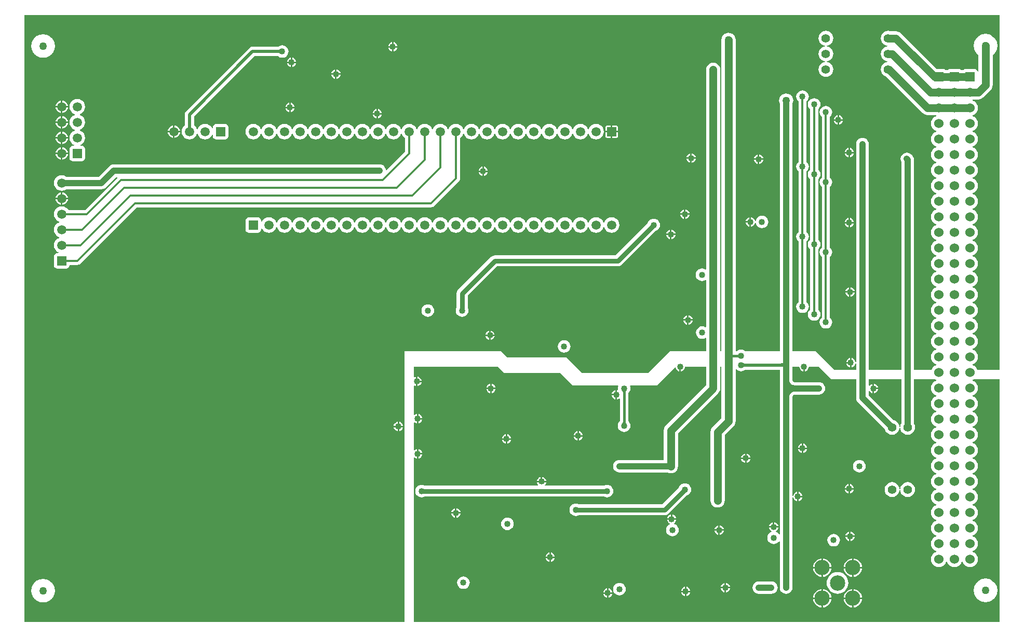
<source format=gbl>
G04 Layer_Physical_Order=4*
G04 Layer_Color=16711680*
%FSLAX25Y25*%
%MOIN*%
G70*
G01*
G75*
%ADD35C,0.04000*%
%ADD36C,0.01200*%
%ADD37C,0.01500*%
%ADD38C,0.02000*%
%ADD39C,0.03000*%
%ADD40C,0.05000*%
%ADD41R,0.05905X0.05905*%
%ADD42C,0.05905*%
%ADD43C,0.05512*%
%ADD44C,0.09842*%
%ADD45R,0.05905X0.05905*%
%ADD46C,0.05000*%
%ADD47C,0.06000*%
%ADD48R,0.06000X0.06000*%
%ADD49C,0.04000*%
G36*
X626000Y162000D02*
X611666D01*
X611368Y162722D01*
X610566Y163766D01*
X609522Y164567D01*
X608648Y164929D01*
Y165471D01*
X609522Y165832D01*
X610566Y166634D01*
X611368Y167678D01*
X611871Y168895D01*
X612043Y170200D01*
X611871Y171505D01*
X611368Y172722D01*
X610566Y173766D01*
X609522Y174567D01*
X608648Y174929D01*
Y175471D01*
X609522Y175832D01*
X610566Y176634D01*
X611368Y177678D01*
X611871Y178895D01*
X612043Y180200D01*
X611871Y181505D01*
X611368Y182722D01*
X610566Y183766D01*
X609522Y184567D01*
X608648Y184929D01*
Y185471D01*
X609522Y185833D01*
X610566Y186634D01*
X611368Y187678D01*
X611871Y188895D01*
X612043Y190200D01*
X611871Y191505D01*
X611368Y192722D01*
X610566Y193766D01*
X609522Y194568D01*
X608648Y194929D01*
Y195471D01*
X609522Y195833D01*
X610566Y196634D01*
X611368Y197678D01*
X611871Y198895D01*
X612043Y200200D01*
X611871Y201505D01*
X611368Y202722D01*
X610566Y203766D01*
X609522Y204568D01*
X608648Y204929D01*
Y205471D01*
X609522Y205833D01*
X610566Y206634D01*
X611368Y207678D01*
X611871Y208895D01*
X612043Y210200D01*
X611871Y211505D01*
X611368Y212722D01*
X610566Y213766D01*
X609522Y214567D01*
X608648Y214929D01*
Y215471D01*
X609522Y215832D01*
X610566Y216634D01*
X611368Y217678D01*
X611871Y218895D01*
X612043Y220200D01*
X611871Y221505D01*
X611368Y222722D01*
X610566Y223766D01*
X609522Y224568D01*
X608648Y224929D01*
Y225471D01*
X609522Y225833D01*
X610566Y226634D01*
X611368Y227678D01*
X611871Y228895D01*
X612043Y230200D01*
X611871Y231505D01*
X611368Y232722D01*
X610566Y233766D01*
X609522Y234567D01*
X608648Y234929D01*
Y235471D01*
X609522Y235833D01*
X610566Y236634D01*
X611368Y237678D01*
X611871Y238895D01*
X612043Y240200D01*
X611871Y241505D01*
X611368Y242722D01*
X610566Y243766D01*
X609522Y244567D01*
X608648Y244929D01*
Y245471D01*
X609522Y245832D01*
X610566Y246634D01*
X611368Y247678D01*
X611871Y248895D01*
X612043Y250200D01*
X611871Y251505D01*
X611368Y252722D01*
X610566Y253766D01*
X609522Y254568D01*
X608648Y254929D01*
Y255471D01*
X609522Y255833D01*
X610566Y256634D01*
X611368Y257678D01*
X611871Y258895D01*
X612043Y260200D01*
X611871Y261505D01*
X611368Y262722D01*
X610566Y263766D01*
X609522Y264567D01*
X608648Y264929D01*
Y265471D01*
X609522Y265832D01*
X610566Y266634D01*
X611368Y267678D01*
X611871Y268895D01*
X612043Y270200D01*
X611871Y271505D01*
X611368Y272722D01*
X610566Y273766D01*
X609522Y274568D01*
X608648Y274929D01*
Y275471D01*
X609522Y275833D01*
X610566Y276634D01*
X611368Y277678D01*
X611871Y278895D01*
X612043Y280200D01*
X611871Y281505D01*
X611368Y282722D01*
X610566Y283766D01*
X609522Y284567D01*
X608648Y284929D01*
Y285471D01*
X609522Y285833D01*
X610566Y286634D01*
X611368Y287678D01*
X611871Y288895D01*
X612043Y290200D01*
X611871Y291505D01*
X611368Y292722D01*
X610566Y293766D01*
X609522Y294567D01*
X608648Y294929D01*
Y295471D01*
X609522Y295832D01*
X610566Y296634D01*
X611368Y297678D01*
X611871Y298895D01*
X612043Y300200D01*
X611871Y301505D01*
X611368Y302722D01*
X610566Y303766D01*
X609522Y304568D01*
X608648Y304929D01*
Y305471D01*
X609522Y305833D01*
X610566Y306634D01*
X611368Y307678D01*
X611871Y308895D01*
X612043Y310200D01*
X611871Y311505D01*
X611368Y312722D01*
X610566Y313766D01*
X609522Y314567D01*
X608648Y314929D01*
Y315471D01*
X609522Y315832D01*
X610566Y316634D01*
X611368Y317678D01*
X611871Y318895D01*
X612043Y320200D01*
X611871Y321505D01*
X611368Y322722D01*
X610566Y323766D01*
X609522Y324568D01*
X608648Y324929D01*
Y325471D01*
X609522Y325833D01*
X610566Y326634D01*
X611368Y327678D01*
X611871Y328895D01*
X612043Y330200D01*
X611871Y331505D01*
X611368Y332722D01*
X610566Y333766D01*
X609522Y334567D01*
X608648Y334929D01*
Y335471D01*
X609108Y335661D01*
X612200D01*
X613375Y335816D01*
X614469Y336269D01*
X615409Y336991D01*
X620209Y341791D01*
X620209Y341791D01*
X620931Y342731D01*
X621384Y343825D01*
X621539Y345000D01*
X621539Y345000D01*
Y364180D01*
X622164Y364660D01*
X622340Y364860D01*
X622540Y365036D01*
X623422Y366185D01*
X623540Y366424D01*
X623688Y366646D01*
X624242Y367984D01*
X624294Y368246D01*
X624380Y368498D01*
X624569Y369934D01*
X624560Y370068D01*
X624587Y370200D01*
X624560Y370332D01*
X624569Y370466D01*
X624380Y371902D01*
X624294Y372154D01*
X624242Y372416D01*
X623688Y373754D01*
X623540Y373976D01*
X623422Y374215D01*
X622540Y375364D01*
X622340Y375540D01*
X622164Y375741D01*
X621015Y376622D01*
X620776Y376740D01*
X620554Y376888D01*
X619216Y377442D01*
X618955Y377494D01*
X618702Y377580D01*
X617266Y377769D01*
X617000Y377752D01*
X616734Y377769D01*
X615298Y377580D01*
X615045Y377494D01*
X614784Y377442D01*
X613446Y376888D01*
X613224Y376740D01*
X612985Y376622D01*
X611836Y375740D01*
X611660Y375540D01*
X611460Y375364D01*
X610578Y374215D01*
X610460Y373976D01*
X610312Y373754D01*
X609758Y372416D01*
X609706Y372154D01*
X609620Y371902D01*
X609431Y370466D01*
X609440Y370332D01*
X609413Y370200D01*
X609440Y370068D01*
X609431Y369934D01*
X609620Y368498D01*
X609706Y368246D01*
X609758Y367984D01*
X610312Y366646D01*
X610460Y366424D01*
X610578Y366185D01*
X611460Y365036D01*
X611660Y364860D01*
X611836Y364660D01*
X612461Y364180D01*
Y353641D01*
X611961Y353592D01*
X611884Y353980D01*
X611442Y354642D01*
X610780Y355084D01*
X610000Y355239D01*
X604000D01*
X603220Y355084D01*
X602703Y354739D01*
X601297D01*
X600780Y355084D01*
X600000Y355239D01*
X594000D01*
X593220Y355084D01*
X592703Y354739D01*
X591297D01*
X590780Y355084D01*
X590000Y355239D01*
X585680D01*
X562709Y378209D01*
X561769Y378931D01*
X560675Y379384D01*
X559500Y379539D01*
X555970D01*
X555742Y379633D01*
X554500Y379797D01*
X553259Y379633D01*
X552102Y379154D01*
X551108Y378392D01*
X550346Y377398D01*
X549866Y376241D01*
X549703Y375000D01*
X549866Y373759D01*
X550346Y372602D01*
X551108Y371608D01*
X552102Y370846D01*
X553259Y370367D01*
X554127Y370252D01*
Y369748D01*
X553259Y369634D01*
X552102Y369154D01*
X551108Y368392D01*
X550346Y367399D01*
X549866Y366242D01*
X549703Y365000D01*
X549866Y363758D01*
X550346Y362601D01*
X551108Y361608D01*
X552102Y360846D01*
X553259Y360367D01*
X554127Y360252D01*
Y359748D01*
X553259Y359633D01*
X552102Y359154D01*
X551108Y358392D01*
X550346Y357399D01*
X549866Y356241D01*
X549703Y355000D01*
X549866Y353759D01*
X550346Y352602D01*
X551108Y351608D01*
X552102Y350846D01*
X553184Y350397D01*
X576590Y326991D01*
X576591Y326991D01*
X577531Y326269D01*
X578625Y325816D01*
X579800Y325661D01*
X579800Y325661D01*
X584892D01*
X585352Y325471D01*
Y324929D01*
X584478Y324568D01*
X583434Y323766D01*
X582632Y322722D01*
X582129Y321505D01*
X581957Y320200D01*
X582129Y318895D01*
X582632Y317678D01*
X583434Y316634D01*
X584478Y315832D01*
X585352Y315471D01*
Y314929D01*
X584478Y314567D01*
X583434Y313766D01*
X582632Y312722D01*
X582129Y311505D01*
X581957Y310200D01*
X582129Y308895D01*
X582632Y307678D01*
X583434Y306634D01*
X584478Y305833D01*
X585352Y305471D01*
Y304929D01*
X584478Y304568D01*
X583434Y303766D01*
X582632Y302722D01*
X582129Y301505D01*
X581957Y300200D01*
X582129Y298895D01*
X582632Y297678D01*
X583434Y296634D01*
X584478Y295832D01*
X585352Y295471D01*
Y294929D01*
X584478Y294567D01*
X583434Y293766D01*
X582632Y292722D01*
X582129Y291505D01*
X581957Y290200D01*
X582129Y288895D01*
X582632Y287678D01*
X583434Y286634D01*
X584478Y285833D01*
X585352Y285471D01*
Y284929D01*
X584478Y284567D01*
X583434Y283766D01*
X582632Y282722D01*
X582129Y281505D01*
X581957Y280200D01*
X582129Y278895D01*
X582632Y277678D01*
X583434Y276634D01*
X584478Y275833D01*
X585352Y275471D01*
Y274929D01*
X584478Y274568D01*
X583434Y273766D01*
X582632Y272722D01*
X582129Y271505D01*
X581957Y270200D01*
X582129Y268895D01*
X582632Y267678D01*
X583434Y266634D01*
X584478Y265832D01*
X585352Y265471D01*
Y264929D01*
X584478Y264567D01*
X583434Y263766D01*
X582632Y262722D01*
X582129Y261505D01*
X581957Y260200D01*
X582129Y258895D01*
X582632Y257678D01*
X583434Y256634D01*
X584478Y255833D01*
X585352Y255471D01*
Y254929D01*
X584478Y254568D01*
X583434Y253766D01*
X582632Y252722D01*
X582129Y251505D01*
X581957Y250200D01*
X582129Y248895D01*
X582632Y247678D01*
X583434Y246634D01*
X584478Y245832D01*
X585352Y245471D01*
Y244929D01*
X584478Y244567D01*
X583434Y243766D01*
X582632Y242722D01*
X582129Y241505D01*
X581957Y240200D01*
X582129Y238895D01*
X582632Y237678D01*
X583434Y236634D01*
X584478Y235833D01*
X585352Y235471D01*
Y234929D01*
X584478Y234567D01*
X583434Y233766D01*
X582632Y232722D01*
X582129Y231505D01*
X581957Y230200D01*
X582129Y228895D01*
X582632Y227678D01*
X583434Y226634D01*
X584478Y225833D01*
X585352Y225471D01*
Y224929D01*
X584478Y224568D01*
X583434Y223766D01*
X582632Y222722D01*
X582129Y221505D01*
X581957Y220200D01*
X582129Y218895D01*
X582632Y217678D01*
X583434Y216634D01*
X584478Y215832D01*
X585352Y215471D01*
Y214929D01*
X584478Y214567D01*
X583434Y213766D01*
X582632Y212722D01*
X582129Y211505D01*
X581957Y210200D01*
X582129Y208895D01*
X582632Y207678D01*
X583434Y206634D01*
X584478Y205833D01*
X585352Y205471D01*
Y204929D01*
X584478Y204568D01*
X583434Y203766D01*
X582632Y202722D01*
X582129Y201505D01*
X581957Y200200D01*
X582129Y198895D01*
X582632Y197678D01*
X583434Y196634D01*
X584478Y195833D01*
X585352Y195471D01*
Y194929D01*
X584478Y194568D01*
X583434Y193766D01*
X582632Y192722D01*
X582129Y191505D01*
X581957Y190200D01*
X582129Y188895D01*
X582632Y187678D01*
X583434Y186634D01*
X584478Y185833D01*
X585352Y185471D01*
Y184929D01*
X584478Y184567D01*
X583434Y183766D01*
X582632Y182722D01*
X582129Y181505D01*
X581957Y180200D01*
X582129Y178895D01*
X582632Y177678D01*
X583434Y176634D01*
X584478Y175832D01*
X585352Y175471D01*
Y174929D01*
X584478Y174567D01*
X583434Y173766D01*
X582632Y172722D01*
X582129Y171505D01*
X581957Y170200D01*
X582129Y168895D01*
X582632Y167678D01*
X583434Y166634D01*
X584478Y165832D01*
X585352Y165471D01*
Y164929D01*
X584478Y164567D01*
X583434Y163766D01*
X582632Y162722D01*
X582334Y162000D01*
X571034D01*
Y207000D01*
Y252000D01*
Y297000D01*
X571034Y297000D01*
X570897Y298044D01*
X570494Y299017D01*
X569853Y299853D01*
X569853Y299853D01*
X569353Y300353D01*
X568517Y300994D01*
X567544Y301397D01*
X566500Y301535D01*
X565456Y301397D01*
X564483Y300994D01*
X563647Y300353D01*
X563006Y299517D01*
X562603Y298544D01*
X562465Y297500D01*
X562603Y296456D01*
X562965Y295581D01*
Y252000D01*
Y207000D01*
Y162000D01*
X542034D01*
Y172500D01*
Y217250D01*
Y262000D01*
Y307000D01*
X541897Y308044D01*
X541494Y309017D01*
X540853Y309853D01*
X540017Y310494D01*
X539044Y310897D01*
X538000Y311034D01*
X536956Y310897D01*
X535983Y310494D01*
X535147Y309853D01*
X534506Y309017D01*
X534103Y308044D01*
X533965Y307000D01*
Y262000D01*
Y217250D01*
Y172500D01*
Y166958D01*
X533465Y166925D01*
X533419Y167279D01*
X533117Y168009D01*
X532636Y168636D01*
X532009Y169117D01*
X531279Y169419D01*
X530996Y169456D01*
Y166496D01*
Y163536D01*
X531279Y163573D01*
X532009Y163876D01*
X532636Y164356D01*
X533117Y164983D01*
X533419Y165713D01*
X533465Y166067D01*
X533965Y166034D01*
Y162000D01*
X520000D01*
X508000Y174000D01*
X493035D01*
Y332981D01*
X493384Y333825D01*
X493539Y335000D01*
X493384Y336175D01*
X492931Y337269D01*
X492209Y338209D01*
X491269Y338931D01*
X490175Y339384D01*
X489000Y339539D01*
X487825Y339384D01*
X486731Y338931D01*
X485791Y338209D01*
X485069Y337269D01*
X484616Y336175D01*
X484461Y335000D01*
X484616Y333825D01*
X484966Y332981D01*
Y174000D01*
X462661D01*
X462017Y174494D01*
X461044Y174897D01*
X460000Y175034D01*
X458956Y174897D01*
X457983Y174494D01*
X457339Y174000D01*
X456539D01*
Y374000D01*
X456384Y375175D01*
X455931Y376269D01*
X455209Y377209D01*
X454269Y377931D01*
X453175Y378384D01*
X452000Y378539D01*
X450825Y378384D01*
X449731Y377931D01*
X448791Y377209D01*
X448069Y376269D01*
X447616Y375175D01*
X447461Y374000D01*
Y174000D01*
X446696D01*
Y354842D01*
X446542Y356017D01*
X446088Y357112D01*
X445367Y358052D01*
X444427Y358773D01*
X443332Y359227D01*
X442158Y359381D01*
X440983Y359227D01*
X439888Y358773D01*
X438948Y358052D01*
X438227Y357112D01*
X437773Y356017D01*
X437619Y354842D01*
Y226611D01*
X437170Y226390D01*
X436962Y226549D01*
X435989Y226952D01*
X434945Y227090D01*
X433901Y226952D01*
X432928Y226549D01*
X432092Y225908D01*
X431451Y225072D01*
X431048Y224099D01*
X430910Y223055D01*
X431048Y222011D01*
X431451Y221038D01*
X432092Y220202D01*
X432928Y219561D01*
X433901Y219158D01*
X434945Y219021D01*
X435989Y219158D01*
X436962Y219561D01*
X437170Y219721D01*
X437619Y219500D01*
Y189572D01*
X437170Y189351D01*
X437127Y189384D01*
X436154Y189787D01*
X435110Y189924D01*
X434066Y189787D01*
X433093Y189384D01*
X432257Y188743D01*
X431616Y187907D01*
X431213Y186934D01*
X431076Y185890D01*
X431213Y184846D01*
X431616Y183872D01*
X432257Y183037D01*
X433093Y182396D01*
X434066Y181993D01*
X435110Y181855D01*
X436154Y181993D01*
X437127Y182396D01*
X437170Y182429D01*
X437619Y182207D01*
Y174000D01*
X414504D01*
X400504Y160000D01*
X358000D01*
X348000Y170000D01*
X310000D01*
X306000Y174000D01*
X244000D01*
Y0D01*
X0D01*
Y390000D01*
X626000D01*
Y162000D01*
D02*
G37*
G36*
X518000Y156000D02*
X533965D01*
Y144000D01*
X533965Y144000D01*
X534103Y142956D01*
X534506Y141983D01*
X535147Y141147D01*
X552341Y123953D01*
X552366Y123758D01*
X552846Y122601D01*
X553608Y121608D01*
X554601Y120846D01*
X555758Y120367D01*
X557000Y120203D01*
X558242Y120367D01*
X559399Y120846D01*
X560392Y121608D01*
X561154Y122601D01*
X561633Y123758D01*
X561748Y124627D01*
X562252D01*
X562366Y123758D01*
X562846Y122601D01*
X563608Y121608D01*
X564602Y120846D01*
X565759Y120367D01*
X567000Y120203D01*
X568242Y120367D01*
X569398Y120846D01*
X570392Y121608D01*
X571154Y122601D01*
X571633Y123758D01*
X571797Y125000D01*
X571633Y126242D01*
X571154Y127399D01*
X571034Y127555D01*
Y156000D01*
X584260D01*
X584478Y155833D01*
X585352Y155471D01*
Y154929D01*
X584478Y154568D01*
X583434Y153766D01*
X582632Y152722D01*
X582129Y151505D01*
X581957Y150200D01*
X582129Y148895D01*
X582632Y147678D01*
X583434Y146634D01*
X584478Y145833D01*
X585352Y145471D01*
Y144929D01*
X584478Y144568D01*
X583434Y143766D01*
X582632Y142722D01*
X582129Y141505D01*
X581957Y140200D01*
X582129Y138895D01*
X582632Y137678D01*
X583434Y136634D01*
X584478Y135833D01*
X585352Y135471D01*
Y134929D01*
X584478Y134567D01*
X583434Y133766D01*
X582632Y132722D01*
X582129Y131505D01*
X581957Y130200D01*
X582129Y128895D01*
X582632Y127678D01*
X583434Y126634D01*
X584478Y125832D01*
X585352Y125471D01*
Y124929D01*
X584478Y124567D01*
X583434Y123766D01*
X582632Y122722D01*
X582129Y121505D01*
X581957Y120200D01*
X582129Y118895D01*
X582632Y117678D01*
X583434Y116634D01*
X584478Y115832D01*
X585352Y115471D01*
Y114929D01*
X584478Y114567D01*
X583434Y113766D01*
X582632Y112722D01*
X582129Y111505D01*
X581957Y110200D01*
X582129Y108895D01*
X582632Y107678D01*
X583434Y106634D01*
X584478Y105833D01*
X585352Y105471D01*
Y104929D01*
X584478Y104568D01*
X583434Y103766D01*
X582632Y102722D01*
X582129Y101505D01*
X581957Y100200D01*
X582129Y98895D01*
X582632Y97678D01*
X583434Y96634D01*
X584478Y95833D01*
X585352Y95471D01*
Y94929D01*
X584478Y94568D01*
X583434Y93766D01*
X582632Y92722D01*
X582129Y91505D01*
X581957Y90200D01*
X582129Y88895D01*
X582632Y87678D01*
X583434Y86634D01*
X584478Y85833D01*
X585352Y85471D01*
Y84929D01*
X584478Y84567D01*
X583434Y83766D01*
X582632Y82722D01*
X582129Y81505D01*
X581957Y80200D01*
X582129Y78895D01*
X582632Y77678D01*
X583434Y76634D01*
X584478Y75832D01*
X585352Y75471D01*
Y74929D01*
X584478Y74568D01*
X583434Y73766D01*
X582632Y72722D01*
X582129Y71505D01*
X581957Y70200D01*
X582129Y68895D01*
X582632Y67678D01*
X583434Y66634D01*
X584478Y65833D01*
X585352Y65471D01*
Y64929D01*
X584478Y64568D01*
X583434Y63766D01*
X582632Y62722D01*
X582129Y61505D01*
X581957Y60200D01*
X582129Y58895D01*
X582632Y57678D01*
X583434Y56634D01*
X584478Y55832D01*
X585352Y55471D01*
Y54929D01*
X584478Y54567D01*
X583434Y53766D01*
X582632Y52722D01*
X582129Y51505D01*
X581957Y50200D01*
X582129Y48895D01*
X582632Y47678D01*
X583434Y46634D01*
X584478Y45832D01*
X585352Y45471D01*
Y44929D01*
X584478Y44567D01*
X583434Y43766D01*
X582632Y42722D01*
X582129Y41505D01*
X581957Y40200D01*
X582129Y38895D01*
X582632Y37678D01*
X583434Y36634D01*
X584478Y35833D01*
X585695Y35329D01*
X587000Y35157D01*
X588305Y35329D01*
X589522Y35833D01*
X590566Y36634D01*
X591367Y37678D01*
X591729Y38552D01*
X592271D01*
X592632Y37678D01*
X593434Y36634D01*
X594478Y35833D01*
X595695Y35329D01*
X597000Y35157D01*
X598305Y35329D01*
X599522Y35833D01*
X600566Y36634D01*
X601368Y37678D01*
X601729Y38552D01*
X602271D01*
X602633Y37678D01*
X603434Y36634D01*
X604478Y35833D01*
X605695Y35329D01*
X607000Y35157D01*
X608305Y35329D01*
X609522Y35833D01*
X610566Y36634D01*
X611368Y37678D01*
X611871Y38895D01*
X612043Y40200D01*
X611871Y41505D01*
X611368Y42722D01*
X610566Y43766D01*
X609522Y44567D01*
X608648Y44929D01*
Y45471D01*
X609522Y45832D01*
X610566Y46634D01*
X611368Y47678D01*
X611871Y48895D01*
X612043Y50200D01*
X611871Y51505D01*
X611368Y52722D01*
X610566Y53766D01*
X609522Y54567D01*
X608648Y54929D01*
Y55471D01*
X609522Y55832D01*
X610566Y56634D01*
X611368Y57678D01*
X611871Y58895D01*
X612043Y60200D01*
X611871Y61505D01*
X611368Y62722D01*
X610566Y63766D01*
X609522Y64568D01*
X608648Y64929D01*
Y65471D01*
X609522Y65833D01*
X610566Y66634D01*
X611368Y67678D01*
X611871Y68895D01*
X612043Y70200D01*
X611871Y71505D01*
X611368Y72722D01*
X610566Y73766D01*
X609522Y74568D01*
X608648Y74929D01*
Y75471D01*
X609522Y75832D01*
X610566Y76634D01*
X611368Y77678D01*
X611871Y78895D01*
X612043Y80200D01*
X611871Y81505D01*
X611368Y82722D01*
X610566Y83766D01*
X609522Y84567D01*
X608648Y84929D01*
Y85471D01*
X609522Y85833D01*
X610566Y86634D01*
X611368Y87678D01*
X611871Y88895D01*
X612043Y90200D01*
X611871Y91505D01*
X611368Y92722D01*
X610566Y93766D01*
X609522Y94568D01*
X608648Y94929D01*
Y95471D01*
X609522Y95833D01*
X610566Y96634D01*
X611368Y97678D01*
X611871Y98895D01*
X612043Y100200D01*
X611871Y101505D01*
X611368Y102722D01*
X610566Y103766D01*
X609522Y104568D01*
X608648Y104929D01*
Y105471D01*
X609522Y105833D01*
X610566Y106634D01*
X611368Y107678D01*
X611871Y108895D01*
X612043Y110200D01*
X611871Y111505D01*
X611368Y112722D01*
X610566Y113766D01*
X609522Y114567D01*
X608648Y114929D01*
Y115471D01*
X609522Y115832D01*
X610566Y116634D01*
X611368Y117678D01*
X611871Y118895D01*
X612043Y120200D01*
X611871Y121505D01*
X611368Y122722D01*
X610566Y123766D01*
X609522Y124567D01*
X608648Y124929D01*
Y125471D01*
X609522Y125832D01*
X610566Y126634D01*
X611368Y127678D01*
X611871Y128895D01*
X612043Y130200D01*
X611871Y131505D01*
X611368Y132722D01*
X610566Y133766D01*
X609522Y134567D01*
X608648Y134929D01*
Y135471D01*
X609522Y135833D01*
X610566Y136634D01*
X611368Y137678D01*
X611871Y138895D01*
X612043Y140200D01*
X611871Y141505D01*
X611368Y142722D01*
X610566Y143766D01*
X609522Y144568D01*
X608648Y144929D01*
Y145471D01*
X609522Y145833D01*
X610566Y146634D01*
X611368Y147678D01*
X611871Y148895D01*
X612043Y150200D01*
X611871Y151505D01*
X611368Y152722D01*
X610566Y153766D01*
X609522Y154568D01*
X608648Y154929D01*
Y155471D01*
X609522Y155833D01*
X609740Y156000D01*
X626000D01*
Y0D01*
X250000D01*
Y105561D01*
X250500Y105753D01*
X250987Y105379D01*
X251717Y105077D01*
X252000Y105040D01*
Y108000D01*
Y110960D01*
X251717Y110923D01*
X250987Y110620D01*
X250500Y110247D01*
X250000Y110439D01*
Y128023D01*
X250500Y128270D01*
X250916Y127950D01*
X251646Y127648D01*
X251929Y127611D01*
Y130571D01*
Y133531D01*
X251646Y133494D01*
X250916Y133191D01*
X250500Y132872D01*
X250000Y133119D01*
Y151688D01*
X250448Y151909D01*
X250487Y151880D01*
X251217Y151577D01*
X251500Y151540D01*
Y154500D01*
Y157460D01*
X251217Y157423D01*
X250487Y157121D01*
X250448Y157091D01*
X250000Y157312D01*
Y164000D01*
X304000D01*
X308000Y160000D01*
X344000D01*
X352000Y152000D01*
X381049D01*
X381327Y151584D01*
X381103Y151044D01*
X380965Y150000D01*
X381051Y149353D01*
X380978Y149236D01*
X380600Y148947D01*
X380500Y148960D01*
Y146000D01*
Y143040D01*
X380783Y143077D01*
X381513Y143379D01*
X381726Y143543D01*
X382226Y143297D01*
Y129183D01*
X382212Y129122D01*
X382208Y129000D01*
X382204Y128960D01*
X382199Y128933D01*
X382195Y128918D01*
X382193Y128911D01*
X382192Y128909D01*
X382191Y128908D01*
X382189Y128906D01*
X382184Y128898D01*
X382117Y128828D01*
X382067Y128748D01*
X381506Y128017D01*
X381103Y127044D01*
X380965Y126000D01*
X381103Y124956D01*
X381506Y123983D01*
X382147Y123147D01*
X382983Y122506D01*
X383956Y122103D01*
X385000Y121966D01*
X386044Y122103D01*
X387017Y122506D01*
X387853Y123147D01*
X388494Y123983D01*
X388897Y124956D01*
X389035Y126000D01*
X388897Y127044D01*
X388494Y128017D01*
X387933Y128748D01*
X387883Y128828D01*
X387817Y128898D01*
X387811Y128906D01*
X387809Y128908D01*
X387808Y128909D01*
X387807Y128911D01*
X387805Y128918D01*
X387801Y128933D01*
X387796Y128960D01*
X387792Y129000D01*
X387788Y129122D01*
X387774Y129183D01*
Y146817D01*
X387788Y146878D01*
X387792Y147000D01*
X387796Y147040D01*
X387801Y147067D01*
X387805Y147082D01*
X387807Y147089D01*
X387808Y147091D01*
X387809Y147092D01*
X387811Y147094D01*
X387817Y147102D01*
X387883Y147172D01*
X387933Y147252D01*
X388494Y147983D01*
X388897Y148956D01*
X389035Y150000D01*
X388897Y151044D01*
X388673Y151584D01*
X388951Y152000D01*
X406000D01*
X417577Y163577D01*
X418051Y163417D01*
X418077Y163217D01*
X418379Y162487D01*
X418860Y161860D01*
X419487Y161380D01*
X420217Y161077D01*
X420500Y161040D01*
Y164000D01*
X421500D01*
Y161040D01*
X421783Y161077D01*
X422513Y161380D01*
X423140Y161860D01*
X423621Y162487D01*
X423923Y163217D01*
X424026Y164000D01*
X437619D01*
Y152038D01*
X411791Y126209D01*
X411069Y125269D01*
X410616Y124175D01*
X410461Y123000D01*
Y104034D01*
X382000D01*
X380956Y103897D01*
X379983Y103494D01*
X379147Y102853D01*
X378506Y102017D01*
X378103Y101044D01*
X377965Y100000D01*
X378103Y98956D01*
X378506Y97983D01*
X379147Y97147D01*
X379983Y96506D01*
X380956Y96103D01*
X382000Y95965D01*
X412981D01*
X413825Y95616D01*
X415000Y95461D01*
X416175Y95616D01*
X417269Y96069D01*
X418209Y96791D01*
X418931Y97731D01*
X419384Y98825D01*
X419539Y100000D01*
X419539Y100000D01*
Y121120D01*
X444599Y146180D01*
X445367Y146948D01*
X445367Y146948D01*
X446088Y147888D01*
X446542Y148983D01*
X446696Y150157D01*
Y164000D01*
X447461D01*
Y130880D01*
X441791Y125209D01*
X441069Y124269D01*
X440616Y123175D01*
X440461Y122000D01*
Y98000D01*
Y88000D01*
Y78000D01*
X440616Y76825D01*
X441069Y75731D01*
X441791Y74791D01*
X442731Y74069D01*
X443825Y73616D01*
X445000Y73461D01*
X446175Y73616D01*
X447269Y74069D01*
X448209Y74791D01*
X448931Y75731D01*
X449384Y76825D01*
X449539Y78000D01*
Y88000D01*
Y98000D01*
Y120120D01*
X455209Y125791D01*
X455209Y125791D01*
X455931Y126731D01*
X456384Y127825D01*
X456539Y129000D01*
Y162162D01*
X457012Y162323D01*
X457147Y162147D01*
X457983Y161506D01*
X458956Y161103D01*
X460000Y160966D01*
X461044Y161103D01*
X462017Y161506D01*
X462581Y161939D01*
X462820Y161958D01*
X462970Y161961D01*
X463029Y161974D01*
X483192D01*
X483257Y161961D01*
X483973Y161957D01*
X484966Y161923D01*
Y150000D01*
Y94000D01*
Y56400D01*
X484871Y56327D01*
X484193Y56411D01*
X483857Y56849D01*
X483021Y57490D01*
X482344Y57771D01*
Y58312D01*
X482517Y58383D01*
X483144Y58864D01*
X483624Y59491D01*
X483927Y60221D01*
X483964Y60504D01*
X478044D01*
X478081Y60221D01*
X478383Y59491D01*
X478864Y58864D01*
X479491Y58383D01*
X479664Y58312D01*
Y57771D01*
X478987Y57490D01*
X478151Y56849D01*
X477510Y56013D01*
X477107Y55040D01*
X476969Y53996D01*
X477107Y52952D01*
X477510Y51979D01*
X478151Y51143D01*
X478987Y50502D01*
X479960Y50099D01*
X481004Y49962D01*
X482048Y50099D01*
X483021Y50502D01*
X483857Y51143D01*
X484193Y51581D01*
X484871Y51666D01*
X484966Y51592D01*
Y22000D01*
X485103Y20956D01*
X485506Y19983D01*
X486147Y19147D01*
X486983Y18506D01*
X487956Y18103D01*
X489000Y17966D01*
X490044Y18103D01*
X491017Y18506D01*
X491853Y19147D01*
X492494Y19983D01*
X492897Y20956D01*
X493035Y22000D01*
Y79975D01*
X493535Y80007D01*
X493573Y79713D01*
X493876Y78983D01*
X494356Y78356D01*
X494983Y77876D01*
X495713Y77573D01*
X495996Y77536D01*
Y80496D01*
Y83456D01*
X495713Y83419D01*
X494983Y83117D01*
X494356Y82636D01*
X493876Y82009D01*
X493573Y81279D01*
X493535Y80985D01*
X493035Y81018D01*
Y94000D01*
Y143886D01*
X493036Y143893D01*
X493070Y144528D01*
X493142Y144938D01*
X493239Y145228D01*
X493342Y145421D01*
X493449Y145551D01*
X493579Y145658D01*
X493772Y145761D01*
X494062Y145858D01*
X494472Y145930D01*
X495107Y145964D01*
X495114Y145966D01*
X510000D01*
X511044Y146103D01*
X512017Y146506D01*
X512853Y147147D01*
X513494Y147983D01*
X513897Y148956D01*
X514035Y150000D01*
X513897Y151044D01*
X513494Y152017D01*
X512853Y152853D01*
X512017Y153494D01*
X511044Y153897D01*
X510000Y154034D01*
X495114D01*
X495107Y154036D01*
X494472Y154070D01*
X494062Y154142D01*
X493772Y154239D01*
X493579Y154342D01*
X493449Y154449D01*
X493342Y154579D01*
X493239Y154772D01*
X493142Y155062D01*
X493070Y155472D01*
X493036Y156107D01*
X493035Y156114D01*
Y164000D01*
X497474D01*
X497577Y163217D01*
X497880Y162487D01*
X498360Y161860D01*
X498987Y161380D01*
X499717Y161077D01*
X500000Y161040D01*
Y164000D01*
X501000D01*
Y161040D01*
X501283Y161077D01*
X502013Y161380D01*
X502640Y161860D01*
X503121Y162487D01*
X503423Y163217D01*
X503526Y164000D01*
X510000D01*
X518000Y156000D01*
D02*
G37*
G36*
X461514Y166324D02*
X461614Y166256D01*
X461728Y166196D01*
X461857Y166144D01*
X462000Y166100D01*
X462158Y166064D01*
X462330Y166036D01*
X462516Y166016D01*
X462932Y166000D01*
Y164000D01*
X462717Y163996D01*
X462330Y163964D01*
X462158Y163936D01*
X462000Y163900D01*
X461857Y163856D01*
X461728Y163804D01*
X461614Y163744D01*
X461514Y163676D01*
X461428Y163600D01*
Y166400D01*
X461514Y166324D01*
D02*
G37*
G36*
X487587Y163585D02*
X487469Y163664D01*
X487281Y163734D01*
X487023Y163797D01*
X486696Y163851D01*
X485832Y163934D01*
X484014Y163996D01*
X483268Y164000D01*
Y166000D01*
X484014Y166004D01*
X487023Y166203D01*
X487281Y166266D01*
X487469Y166336D01*
X487587Y166415D01*
Y163585D01*
D02*
G37*
G36*
X491040Y155240D02*
X491160Y154560D01*
X491360Y153960D01*
X491640Y153440D01*
X492000Y153000D01*
X492440Y152640D01*
X492960Y152360D01*
X493560Y152160D01*
X494240Y152040D01*
X495000Y152000D01*
Y148000D01*
X494240Y147960D01*
X493560Y147840D01*
X492960Y147640D01*
X492440Y147360D01*
X492000Y147000D01*
X491640Y146560D01*
X491360Y146040D01*
X491160Y145440D01*
X491040Y144760D01*
X491000Y144000D01*
X487000Y150000D01*
X491000Y156000D01*
X491040Y155240D01*
D02*
G37*
G36*
X385756Y128860D02*
X385776Y128673D01*
X385808Y128492D01*
X385854Y128319D01*
X385912Y128153D01*
X385984Y127994D01*
X386069Y127842D01*
X386166Y127697D01*
X386277Y127559D01*
X386400Y127428D01*
X383600D01*
X383723Y127559D01*
X383834Y127697D01*
X383931Y127842D01*
X384016Y127994D01*
X384087Y128153D01*
X384146Y128319D01*
X384191Y128492D01*
X384224Y128673D01*
X384243Y128860D01*
X384250Y129054D01*
X385750D01*
X385756Y128860D01*
D02*
G37*
G36*
X562965Y127555D02*
X562846Y127399D01*
X562366Y126242D01*
X562252Y125373D01*
X561748D01*
X561633Y126242D01*
X561154Y127399D01*
X560392Y128392D01*
X559399Y129154D01*
X558242Y129633D01*
X558046Y129659D01*
X542034Y145671D01*
Y148115D01*
X542534Y148285D01*
X542860Y147860D01*
X543487Y147380D01*
X544217Y147077D01*
X544500Y147040D01*
Y150000D01*
Y152960D01*
X544217Y152923D01*
X543487Y152620D01*
X542860Y152140D01*
X542534Y151715D01*
X542034Y151885D01*
Y156000D01*
X562965D01*
Y127555D01*
D02*
G37*
G36*
X386277Y148441D02*
X386166Y148303D01*
X386069Y148158D01*
X385984Y148006D01*
X385912Y147847D01*
X385854Y147681D01*
X385808Y147508D01*
X385776Y147327D01*
X385756Y147140D01*
X385750Y146946D01*
X384250D01*
X384243Y147140D01*
X384224Y147327D01*
X384191Y147508D01*
X384146Y147681D01*
X384087Y147847D01*
X384016Y148006D01*
X383931Y148158D01*
X383834Y148303D01*
X383723Y148441D01*
X383600Y148572D01*
X386400D01*
X386277Y148441D01*
D02*
G37*
%LPC*%
G36*
X236004Y372464D02*
X235721Y372427D01*
X234991Y372124D01*
X234364Y371644D01*
X233883Y371017D01*
X233581Y370287D01*
X233544Y370004D01*
X236004D01*
Y372464D01*
D02*
G37*
G36*
X237004D02*
Y370004D01*
X239464D01*
X239427Y370287D01*
X239124Y371017D01*
X238644Y371644D01*
X238017Y372124D01*
X237287Y372427D01*
X237004Y372464D01*
D02*
G37*
G36*
X239464Y369004D02*
X237004D01*
Y366544D01*
X237287Y366581D01*
X238017Y366883D01*
X238644Y367364D01*
X239124Y367991D01*
X239427Y368721D01*
X239464Y369004D01*
D02*
G37*
G36*
X240571Y128531D02*
Y126071D01*
X243031D01*
X242994Y126354D01*
X242691Y127084D01*
X242211Y127710D01*
X241584Y128191D01*
X240854Y128494D01*
X240571Y128531D01*
D02*
G37*
G36*
X12000Y377587D02*
X11868Y377560D01*
X11734Y377569D01*
X10298Y377380D01*
X10046Y377294D01*
X9784Y377242D01*
X8446Y376688D01*
X8224Y376540D01*
X7985Y376422D01*
X6836Y375540D01*
X6660Y375340D01*
X6460Y375164D01*
X5578Y374015D01*
X5460Y373776D01*
X5312Y373554D01*
X4758Y372216D01*
X4706Y371954D01*
X4620Y371702D01*
X4431Y370266D01*
X4448Y370000D01*
X4431Y369734D01*
X4620Y368298D01*
X4706Y368045D01*
X4758Y367784D01*
X5312Y366446D01*
X5460Y366224D01*
X5578Y365985D01*
X6460Y364836D01*
X6660Y364660D01*
X6836Y364459D01*
X7985Y363578D01*
X8224Y363460D01*
X8446Y363312D01*
X9784Y362758D01*
X10046Y362706D01*
X10298Y362620D01*
X11734Y362431D01*
X11868Y362440D01*
X12000Y362413D01*
X12132Y362440D01*
X12266Y362431D01*
X13702Y362620D01*
X13954Y362706D01*
X14216Y362758D01*
X15554Y363312D01*
X15776Y363460D01*
X16015Y363578D01*
X17164Y364460D01*
X17340Y364660D01*
X17540Y364836D01*
X18422Y365985D01*
X18540Y366224D01*
X18688Y366446D01*
X19242Y367784D01*
X19294Y368045D01*
X19380Y368298D01*
X19569Y369734D01*
X19552Y370000D01*
X19569Y370266D01*
X19380Y371702D01*
X19294Y371954D01*
X19242Y372216D01*
X18688Y373554D01*
X18540Y373776D01*
X18422Y374015D01*
X17540Y375164D01*
X17340Y375340D01*
X17164Y375540D01*
X16015Y376422D01*
X15776Y376540D01*
X15554Y376688D01*
X14216Y377242D01*
X13954Y377294D01*
X13702Y377380D01*
X12266Y377569D01*
X12132Y377560D01*
X12000Y377587D01*
D02*
G37*
G36*
X239571Y125071D02*
X237111D01*
X237148Y124788D01*
X237450Y124058D01*
X237931Y123431D01*
X238558Y122950D01*
X239288Y122648D01*
X239571Y122611D01*
Y125071D01*
D02*
G37*
G36*
X243031D02*
X240571D01*
Y122611D01*
X240854Y122648D01*
X241584Y122950D01*
X242211Y123431D01*
X242691Y124058D01*
X242994Y124788D01*
X243031Y125071D01*
D02*
G37*
G36*
X239571Y128531D02*
X239288Y128494D01*
X238558Y128191D01*
X237931Y127710D01*
X237450Y127084D01*
X237148Y126354D01*
X237111Y126071D01*
X239571D01*
Y128531D01*
D02*
G37*
G36*
X12000Y27587D02*
X11868Y27560D01*
X11734Y27569D01*
X10298Y27380D01*
X10046Y27294D01*
X9784Y27242D01*
X8446Y26688D01*
X8224Y26540D01*
X7985Y26422D01*
X6836Y25540D01*
X6660Y25340D01*
X6460Y25164D01*
X5578Y24015D01*
X5460Y23776D01*
X5312Y23554D01*
X4758Y22216D01*
X4706Y21955D01*
X4620Y21702D01*
X4431Y20266D01*
X4448Y20000D01*
X4431Y19734D01*
X4620Y18298D01*
X4706Y18045D01*
X4758Y17784D01*
X5312Y16446D01*
X5460Y16224D01*
X5578Y15985D01*
X6460Y14836D01*
X6660Y14660D01*
X6836Y14459D01*
X7985Y13578D01*
X8224Y13460D01*
X8446Y13312D01*
X9784Y12758D01*
X10046Y12706D01*
X10298Y12620D01*
X11734Y12431D01*
X11868Y12440D01*
X12000Y12413D01*
X12132Y12440D01*
X12266Y12431D01*
X13702Y12620D01*
X13954Y12706D01*
X14216Y12758D01*
X15554Y13312D01*
X15776Y13460D01*
X16015Y13578D01*
X17164Y14460D01*
X17340Y14660D01*
X17540Y14836D01*
X18422Y15985D01*
X18540Y16224D01*
X18688Y16446D01*
X19242Y17784D01*
X19294Y18045D01*
X19380Y18298D01*
X19569Y19734D01*
X19552Y20000D01*
X19569Y20266D01*
X19380Y21702D01*
X19294Y21955D01*
X19242Y22216D01*
X18688Y23554D01*
X18540Y23776D01*
X18422Y24015D01*
X17540Y25164D01*
X17340Y25340D01*
X17164Y25541D01*
X16015Y26422D01*
X15776Y26540D01*
X15554Y26688D01*
X14216Y27242D01*
X13954Y27294D01*
X13702Y27380D01*
X12266Y27569D01*
X12132Y27560D01*
X12000Y27587D01*
D02*
G37*
G36*
X380972Y314500D02*
X377500D01*
Y311028D01*
X379953D01*
X380343Y311105D01*
X380674Y311326D01*
X380895Y311657D01*
X380972Y312047D01*
Y314500D01*
D02*
G37*
G36*
X95500D02*
X92079D01*
X92149Y313968D01*
X92547Y313007D01*
X93181Y312181D01*
X94007Y311547D01*
X94968Y311149D01*
X95500Y311079D01*
Y314500D01*
D02*
G37*
G36*
X99921D02*
X96500D01*
Y311079D01*
X97032Y311149D01*
X97993Y311547D01*
X98819Y312181D01*
X99453Y313007D01*
X99851Y313968D01*
X99921Y314500D01*
D02*
G37*
G36*
X23500Y310500D02*
X20079D01*
X20149Y309968D01*
X20547Y309007D01*
X21181Y308181D01*
X22007Y307547D01*
X22968Y307149D01*
X23500Y307079D01*
Y310500D01*
D02*
G37*
G36*
X27921D02*
X24500D01*
Y307079D01*
X25032Y307149D01*
X25993Y307547D01*
X26819Y308181D01*
X27453Y309007D01*
X27851Y309968D01*
X27921Y310500D01*
D02*
G37*
G36*
X376500Y314500D02*
X373028D01*
Y312047D01*
X373105Y311657D01*
X373326Y311326D01*
X373657Y311105D01*
X374047Y311028D01*
X376500D01*
Y314500D01*
D02*
G37*
G36*
X23500Y314921D02*
X22968Y314851D01*
X22007Y314453D01*
X21181Y313819D01*
X20547Y312993D01*
X20149Y312032D01*
X20079Y311500D01*
X23500D01*
Y314921D01*
D02*
G37*
G36*
X96500Y318921D02*
Y315500D01*
X99921D01*
X99851Y316032D01*
X99453Y316993D01*
X98819Y317819D01*
X97993Y318453D01*
X97032Y318851D01*
X96500Y318921D01*
D02*
G37*
G36*
X379953Y318972D02*
X377500D01*
Y315500D01*
X380972D01*
Y317953D01*
X380895Y318343D01*
X380674Y318674D01*
X380343Y318895D01*
X379953Y318972D01*
D02*
G37*
G36*
X367000Y319995D02*
X365707Y319825D01*
X364502Y319326D01*
X363468Y318532D01*
X362674Y317498D01*
X362271Y316524D01*
X361729D01*
X361326Y317498D01*
X360532Y318532D01*
X359498Y319326D01*
X358293Y319825D01*
X357000Y319995D01*
X355707Y319825D01*
X354502Y319326D01*
X353468Y318532D01*
X352674Y317498D01*
X352271Y316524D01*
X351729D01*
X351326Y317498D01*
X350532Y318532D01*
X349498Y319326D01*
X348293Y319825D01*
X347000Y319995D01*
X345707Y319825D01*
X344502Y319326D01*
X343468Y318532D01*
X342674Y317498D01*
X342271Y316524D01*
X341729D01*
X341326Y317498D01*
X340532Y318532D01*
X339498Y319326D01*
X338293Y319825D01*
X337000Y319995D01*
X335707Y319825D01*
X334502Y319326D01*
X333468Y318532D01*
X332674Y317498D01*
X332271Y316524D01*
X331729D01*
X331326Y317498D01*
X330532Y318532D01*
X329498Y319326D01*
X328293Y319825D01*
X327000Y319995D01*
X325707Y319825D01*
X324502Y319326D01*
X323468Y318532D01*
X322674Y317498D01*
X322271Y316524D01*
X321729D01*
X321326Y317498D01*
X320532Y318532D01*
X319498Y319326D01*
X318293Y319825D01*
X317000Y319995D01*
X315707Y319825D01*
X314502Y319326D01*
X313468Y318532D01*
X312674Y317498D01*
X312271Y316524D01*
X311729D01*
X311326Y317498D01*
X310532Y318532D01*
X309498Y319326D01*
X308293Y319825D01*
X307000Y319995D01*
X305707Y319825D01*
X304502Y319326D01*
X303468Y318532D01*
X302674Y317498D01*
X302271Y316524D01*
X301729D01*
X301326Y317498D01*
X300532Y318532D01*
X299498Y319326D01*
X298293Y319825D01*
X297000Y319995D01*
X295707Y319825D01*
X294502Y319326D01*
X293468Y318532D01*
X292674Y317498D01*
X292271Y316524D01*
X291729D01*
X291326Y317498D01*
X290532Y318532D01*
X289498Y319326D01*
X288293Y319825D01*
X287000Y319995D01*
X285707Y319825D01*
X284502Y319326D01*
X283468Y318532D01*
X282674Y317498D01*
X282271Y316524D01*
X281729D01*
X281326Y317498D01*
X280532Y318532D01*
X279498Y319326D01*
X278293Y319825D01*
X277000Y319995D01*
X275707Y319825D01*
X274502Y319326D01*
X273468Y318532D01*
X272674Y317498D01*
X272271Y316524D01*
X271729D01*
X271326Y317498D01*
X270532Y318532D01*
X269498Y319326D01*
X268293Y319825D01*
X267000Y319995D01*
X265707Y319825D01*
X264502Y319326D01*
X263468Y318532D01*
X262674Y317498D01*
X262271Y316524D01*
X261729D01*
X261326Y317498D01*
X260532Y318532D01*
X259498Y319326D01*
X258293Y319825D01*
X257000Y319995D01*
X255707Y319825D01*
X254502Y319326D01*
X253468Y318532D01*
X252674Y317498D01*
X252271Y316524D01*
X251729D01*
X251326Y317498D01*
X250532Y318532D01*
X249498Y319326D01*
X248293Y319825D01*
X247000Y319995D01*
X245707Y319825D01*
X244502Y319326D01*
X243468Y318532D01*
X242674Y317498D01*
X242271Y316524D01*
X241729D01*
X241326Y317498D01*
X240532Y318532D01*
X239498Y319326D01*
X238293Y319825D01*
X237000Y319995D01*
X235707Y319825D01*
X234502Y319326D01*
X233468Y318532D01*
X232674Y317498D01*
X232271Y316524D01*
X231729D01*
X231326Y317498D01*
X230532Y318532D01*
X229498Y319326D01*
X228293Y319825D01*
X227000Y319995D01*
X225707Y319825D01*
X224502Y319326D01*
X223468Y318532D01*
X222674Y317498D01*
X222271Y316524D01*
X221729D01*
X221326Y317498D01*
X220532Y318532D01*
X219498Y319326D01*
X218293Y319825D01*
X217000Y319995D01*
X215707Y319825D01*
X214502Y319326D01*
X213468Y318532D01*
X212674Y317498D01*
X212271Y316524D01*
X211729D01*
X211326Y317498D01*
X210532Y318532D01*
X209498Y319326D01*
X208293Y319825D01*
X207000Y319995D01*
X205707Y319825D01*
X204502Y319326D01*
X203468Y318532D01*
X202674Y317498D01*
X202271Y316524D01*
X201729D01*
X201326Y317498D01*
X200532Y318532D01*
X199498Y319326D01*
X198293Y319825D01*
X197000Y319995D01*
X195707Y319825D01*
X194502Y319326D01*
X193468Y318532D01*
X192674Y317498D01*
X192271Y316524D01*
X191729D01*
X191326Y317498D01*
X190532Y318532D01*
X189498Y319326D01*
X188293Y319825D01*
X187000Y319995D01*
X185707Y319825D01*
X184502Y319326D01*
X183468Y318532D01*
X182674Y317498D01*
X182271Y316524D01*
X181729D01*
X181326Y317498D01*
X180532Y318532D01*
X179498Y319326D01*
X178293Y319825D01*
X177000Y319995D01*
X175707Y319825D01*
X174502Y319326D01*
X173468Y318532D01*
X172674Y317498D01*
X172271Y316524D01*
X171729D01*
X171326Y317498D01*
X170532Y318532D01*
X169498Y319326D01*
X168293Y319825D01*
X167000Y319995D01*
X165707Y319825D01*
X164502Y319326D01*
X163468Y318532D01*
X162674Y317498D01*
X162271Y316524D01*
X161729D01*
X161326Y317498D01*
X160532Y318532D01*
X159498Y319326D01*
X158293Y319825D01*
X157000Y319995D01*
X155707Y319825D01*
X154502Y319326D01*
X153468Y318532D01*
X152674Y317498D01*
X152271Y316524D01*
X151729D01*
X151326Y317498D01*
X150532Y318532D01*
X149498Y319326D01*
X148293Y319825D01*
X147000Y319995D01*
X145707Y319825D01*
X144502Y319326D01*
X143468Y318532D01*
X142674Y317498D01*
X142175Y316293D01*
X142005Y315000D01*
X142175Y313707D01*
X142674Y312502D01*
X143468Y311468D01*
X144502Y310674D01*
X145707Y310175D01*
X147000Y310004D01*
X148293Y310175D01*
X149498Y310674D01*
X150532Y311468D01*
X151326Y312502D01*
X151729Y313476D01*
X152271D01*
X152674Y312502D01*
X153468Y311468D01*
X154502Y310674D01*
X155707Y310175D01*
X157000Y310004D01*
X158293Y310175D01*
X159498Y310674D01*
X160532Y311468D01*
X161326Y312502D01*
X161729Y313476D01*
X162271D01*
X162674Y312502D01*
X163468Y311468D01*
X164502Y310674D01*
X165707Y310175D01*
X167000Y310004D01*
X168293Y310175D01*
X169498Y310674D01*
X170532Y311468D01*
X171326Y312502D01*
X171729Y313476D01*
X172271D01*
X172674Y312502D01*
X173468Y311468D01*
X174502Y310674D01*
X175707Y310175D01*
X177000Y310004D01*
X178293Y310175D01*
X179498Y310674D01*
X180532Y311468D01*
X181326Y312502D01*
X181729Y313476D01*
X182271D01*
X182674Y312502D01*
X183468Y311468D01*
X184502Y310674D01*
X185707Y310175D01*
X187000Y310004D01*
X188293Y310175D01*
X189498Y310674D01*
X190532Y311468D01*
X191326Y312502D01*
X191729Y313476D01*
X192271D01*
X192674Y312502D01*
X193468Y311468D01*
X194502Y310674D01*
X195707Y310175D01*
X197000Y310004D01*
X198293Y310175D01*
X199498Y310674D01*
X200532Y311468D01*
X201326Y312502D01*
X201729Y313476D01*
X202271D01*
X202674Y312502D01*
X203468Y311468D01*
X204502Y310674D01*
X205707Y310175D01*
X207000Y310004D01*
X208293Y310175D01*
X209498Y310674D01*
X210532Y311468D01*
X211326Y312502D01*
X211729Y313476D01*
X212271D01*
X212674Y312502D01*
X213468Y311468D01*
X214502Y310674D01*
X215707Y310175D01*
X217000Y310004D01*
X218293Y310175D01*
X219498Y310674D01*
X220532Y311468D01*
X221326Y312502D01*
X221729Y313476D01*
X222271D01*
X222674Y312502D01*
X223468Y311468D01*
X224502Y310674D01*
X225707Y310175D01*
X227000Y310004D01*
X228293Y310175D01*
X229498Y310674D01*
X230532Y311468D01*
X231326Y312502D01*
X231729Y313476D01*
X232271D01*
X232674Y312502D01*
X233468Y311468D01*
X234502Y310674D01*
X235707Y310175D01*
X237000Y310004D01*
X238293Y310175D01*
X239498Y310674D01*
X240532Y311468D01*
X241326Y312502D01*
X241729Y313476D01*
X242271D01*
X242674Y312502D01*
X243468Y311468D01*
X244378Y310770D01*
Y302086D01*
X232510Y290219D01*
X231982Y290398D01*
X231897Y291044D01*
X231494Y292017D01*
X230853Y292853D01*
X230017Y293494D01*
X229044Y293897D01*
X228000Y294035D01*
X57500D01*
X57500Y294035D01*
X56456Y293897D01*
X55483Y293494D01*
X54647Y292853D01*
X47829Y286034D01*
X26878D01*
X26498Y286326D01*
X25293Y286825D01*
X24000Y286996D01*
X22707Y286825D01*
X21502Y286326D01*
X20468Y285532D01*
X19674Y284498D01*
X19175Y283293D01*
X19004Y282000D01*
X19175Y280707D01*
X19674Y279502D01*
X20468Y278468D01*
X21502Y277674D01*
X22707Y277175D01*
X24000Y277005D01*
X25293Y277175D01*
X26498Y277674D01*
X26878Y277965D01*
X49500D01*
X49500Y277965D01*
X50544Y278103D01*
X51517Y278506D01*
X52353Y279147D01*
X59088Y285882D01*
X59450Y285838D01*
X59638Y285347D01*
X38914Y264622D01*
X28231D01*
X27532Y265532D01*
X26498Y266326D01*
X25293Y266825D01*
X24000Y266996D01*
X22707Y266825D01*
X21502Y266326D01*
X20468Y265532D01*
X19674Y264498D01*
X19175Y263293D01*
X19004Y262000D01*
X19175Y260707D01*
X19674Y259502D01*
X20468Y258468D01*
X21502Y257674D01*
X22476Y257271D01*
Y256729D01*
X21502Y256326D01*
X20468Y255532D01*
X19674Y254498D01*
X19175Y253293D01*
X19004Y252000D01*
X19175Y250707D01*
X19674Y249502D01*
X20468Y248468D01*
X21502Y247674D01*
X22476Y247271D01*
Y246729D01*
X21502Y246326D01*
X20468Y245532D01*
X19674Y244498D01*
X19175Y243293D01*
X19004Y242000D01*
X19175Y240707D01*
X19674Y239502D01*
X20468Y238468D01*
X21502Y237674D01*
X21941Y237492D01*
X21842Y236992D01*
X21047D01*
X20267Y236837D01*
X19605Y236395D01*
X19163Y235733D01*
X19008Y234953D01*
Y229047D01*
X19163Y228267D01*
X19605Y227605D01*
X20267Y227163D01*
X21047Y227008D01*
X26953D01*
X27733Y227163D01*
X28395Y227605D01*
X28837Y228267D01*
X28992Y229047D01*
Y229378D01*
X34000D01*
X34000Y229378D01*
X34679Y229467D01*
X35311Y229729D01*
X35854Y230146D01*
X72086Y266378D01*
X261000D01*
X261000Y266378D01*
X261679Y266467D01*
X262311Y266729D01*
X262854Y267146D01*
X278854Y283146D01*
X278854Y283146D01*
X279271Y283689D01*
X279533Y284321D01*
X279622Y285000D01*
X279622Y285000D01*
Y310770D01*
X280532Y311468D01*
X281326Y312502D01*
X281729Y313476D01*
X282271D01*
X282674Y312502D01*
X283468Y311468D01*
X284502Y310674D01*
X285707Y310175D01*
X287000Y310004D01*
X288293Y310175D01*
X289498Y310674D01*
X290532Y311468D01*
X291326Y312502D01*
X291729Y313476D01*
X292271D01*
X292674Y312502D01*
X293468Y311468D01*
X294502Y310674D01*
X295707Y310175D01*
X297000Y310004D01*
X298293Y310175D01*
X299498Y310674D01*
X300532Y311468D01*
X301326Y312502D01*
X301729Y313476D01*
X302271D01*
X302674Y312502D01*
X303468Y311468D01*
X304502Y310674D01*
X305707Y310175D01*
X307000Y310004D01*
X308293Y310175D01*
X309498Y310674D01*
X310532Y311468D01*
X311326Y312502D01*
X311729Y313476D01*
X312271D01*
X312674Y312502D01*
X313468Y311468D01*
X314502Y310674D01*
X315707Y310175D01*
X317000Y310004D01*
X318293Y310175D01*
X319498Y310674D01*
X320532Y311468D01*
X321326Y312502D01*
X321729Y313476D01*
X322271D01*
X322674Y312502D01*
X323468Y311468D01*
X324502Y310674D01*
X325707Y310175D01*
X327000Y310004D01*
X328293Y310175D01*
X329498Y310674D01*
X330532Y311468D01*
X331326Y312502D01*
X331729Y313476D01*
X332271D01*
X332674Y312502D01*
X333468Y311468D01*
X334502Y310674D01*
X335707Y310175D01*
X337000Y310004D01*
X338293Y310175D01*
X339498Y310674D01*
X340532Y311468D01*
X341326Y312502D01*
X341729Y313476D01*
X342271D01*
X342674Y312502D01*
X343468Y311468D01*
X344502Y310674D01*
X345707Y310175D01*
X347000Y310004D01*
X348293Y310175D01*
X349498Y310674D01*
X350532Y311468D01*
X351326Y312502D01*
X351729Y313476D01*
X352271D01*
X352674Y312502D01*
X353468Y311468D01*
X354502Y310674D01*
X355707Y310175D01*
X357000Y310004D01*
X358293Y310175D01*
X359498Y310674D01*
X360532Y311468D01*
X361326Y312502D01*
X361729Y313476D01*
X362271D01*
X362674Y312502D01*
X363468Y311468D01*
X364502Y310674D01*
X365707Y310175D01*
X367000Y310004D01*
X368293Y310175D01*
X369498Y310674D01*
X370532Y311468D01*
X371326Y312502D01*
X371825Y313707D01*
X371995Y315000D01*
X371825Y316293D01*
X371326Y317498D01*
X370532Y318532D01*
X369498Y319326D01*
X368293Y319825D01*
X367000Y319995D01*
D02*
G37*
G36*
X24500Y314921D02*
Y311500D01*
X27921D01*
X27851Y312032D01*
X27453Y312993D01*
X26819Y313819D01*
X25993Y314453D01*
X25032Y314851D01*
X24500Y314921D01*
D02*
G37*
G36*
X376500Y318972D02*
X374047D01*
X373657Y318895D01*
X373326Y318674D01*
X373105Y318343D01*
X373028Y317953D01*
Y315500D01*
X376500D01*
Y318972D01*
D02*
G37*
G36*
X95500Y318921D02*
X94968Y318851D01*
X94007Y318453D01*
X93181Y317819D01*
X92547Y316993D01*
X92149Y316032D01*
X92079Y315500D01*
X95500D01*
Y318921D01*
D02*
G37*
G36*
X470821Y300280D02*
X470537Y300243D01*
X469807Y299941D01*
X469181Y299460D01*
X468700Y298833D01*
X468398Y298104D01*
X468360Y297820D01*
X470821D01*
Y300280D01*
D02*
G37*
G36*
X471820D02*
Y297820D01*
X474281D01*
X474243Y298104D01*
X473941Y298833D01*
X473460Y299460D01*
X472833Y299941D01*
X472104Y300243D01*
X471820Y300280D01*
D02*
G37*
G36*
X427508Y300968D02*
X427225Y300931D01*
X426495Y300628D01*
X425868Y300148D01*
X425387Y299521D01*
X425085Y298791D01*
X425048Y298508D01*
X427508D01*
Y300968D01*
D02*
G37*
G36*
X34000Y335996D02*
X32707Y335825D01*
X31502Y335326D01*
X30468Y334532D01*
X29674Y333498D01*
X29175Y332293D01*
X29004Y331000D01*
X29175Y329707D01*
X29674Y328502D01*
X30468Y327468D01*
X31502Y326674D01*
X32476Y326271D01*
Y325729D01*
X31502Y325326D01*
X30468Y324532D01*
X29674Y323498D01*
X29175Y322293D01*
X29004Y321000D01*
X29175Y319707D01*
X29674Y318502D01*
X30468Y317468D01*
X31502Y316674D01*
X32476Y316271D01*
Y315729D01*
X31502Y315326D01*
X30468Y314532D01*
X29674Y313498D01*
X29175Y312293D01*
X29004Y311000D01*
X29175Y309707D01*
X29674Y308502D01*
X30468Y307468D01*
X31502Y306674D01*
X31941Y306492D01*
X31842Y305992D01*
X31047D01*
X30267Y305837D01*
X29605Y305395D01*
X29163Y304733D01*
X29008Y303953D01*
Y298047D01*
X29163Y297267D01*
X29605Y296605D01*
X30267Y296163D01*
X31047Y296008D01*
X36953D01*
X37733Y296163D01*
X38395Y296605D01*
X38837Y297267D01*
X38992Y298047D01*
Y303953D01*
X38837Y304733D01*
X38395Y305395D01*
X37733Y305837D01*
X36953Y305992D01*
X36158D01*
X36059Y306492D01*
X36498Y306674D01*
X37532Y307468D01*
X38326Y308502D01*
X38825Y309707D01*
X38996Y311000D01*
X38825Y312293D01*
X38326Y313498D01*
X37532Y314532D01*
X36498Y315326D01*
X35524Y315729D01*
Y316271D01*
X36498Y316674D01*
X37532Y317468D01*
X38326Y318502D01*
X38825Y319707D01*
X38996Y321000D01*
X38825Y322293D01*
X38326Y323498D01*
X37532Y324532D01*
X36498Y325326D01*
X35524Y325729D01*
Y326271D01*
X36498Y326674D01*
X37532Y327468D01*
X38326Y328502D01*
X38825Y329707D01*
X38996Y331000D01*
X38825Y332293D01*
X38326Y333498D01*
X37532Y334532D01*
X36498Y335326D01*
X35293Y335825D01*
X34000Y335996D01*
D02*
G37*
G36*
X23500Y300500D02*
X20079D01*
X20149Y299968D01*
X20547Y299007D01*
X21181Y298181D01*
X22007Y297547D01*
X22968Y297149D01*
X23500Y297079D01*
Y300500D01*
D02*
G37*
G36*
X27921D02*
X24500D01*
Y297079D01*
X25032Y297149D01*
X25993Y297547D01*
X26819Y298181D01*
X27453Y299007D01*
X27851Y299968D01*
X27921Y300500D01*
D02*
G37*
G36*
X428508Y300968D02*
Y298508D01*
X430968D01*
X430931Y298791D01*
X430628Y299521D01*
X430148Y300148D01*
X429521Y300628D01*
X428791Y300931D01*
X428508Y300968D01*
D02*
G37*
G36*
X24500Y304921D02*
Y301500D01*
X27921D01*
X27851Y302032D01*
X27453Y302993D01*
X26819Y303819D01*
X25993Y304453D01*
X25032Y304851D01*
X24500Y304921D01*
D02*
G37*
G36*
X528996Y304456D02*
X528713Y304419D01*
X527983Y304117D01*
X527356Y303636D01*
X526876Y303009D01*
X526573Y302279D01*
X526536Y301996D01*
X528996D01*
Y304456D01*
D02*
G37*
G36*
X529996D02*
Y301996D01*
X532456D01*
X532419Y302279D01*
X532117Y303009D01*
X531636Y303636D01*
X531009Y304117D01*
X530279Y304419D01*
X529996Y304456D01*
D02*
G37*
G36*
X528996Y300996D02*
X526536D01*
X526573Y300713D01*
X526876Y299983D01*
X527356Y299356D01*
X527983Y298876D01*
X528713Y298573D01*
X528996Y298536D01*
Y300996D01*
D02*
G37*
G36*
X532456D02*
X529996D01*
Y298536D01*
X530279Y298573D01*
X531009Y298876D01*
X531636Y299356D01*
X532117Y299983D01*
X532419Y300713D01*
X532456Y300996D01*
D02*
G37*
G36*
X23500Y304921D02*
X22968Y304851D01*
X22007Y304453D01*
X21181Y303819D01*
X20547Y302993D01*
X20149Y302032D01*
X20079Y301500D01*
X23500D01*
Y304921D01*
D02*
G37*
G36*
Y320500D02*
X20079D01*
X20149Y319968D01*
X20547Y319007D01*
X21181Y318181D01*
X22007Y317547D01*
X22968Y317149D01*
X23500Y317079D01*
Y320500D01*
D02*
G37*
G36*
X171004Y333456D02*
Y330996D01*
X173464D01*
X173427Y331279D01*
X173124Y332009D01*
X172644Y332636D01*
X172017Y333117D01*
X171287Y333419D01*
X171004Y333456D01*
D02*
G37*
G36*
X23500Y334921D02*
X22968Y334851D01*
X22007Y334453D01*
X21181Y333819D01*
X20547Y332993D01*
X20149Y332032D01*
X20079Y331500D01*
X23500D01*
Y334921D01*
D02*
G37*
G36*
X24500D02*
Y331500D01*
X27921D01*
X27851Y332032D01*
X27453Y332993D01*
X26819Y333819D01*
X25993Y334453D01*
X25032Y334851D01*
X24500Y334921D01*
D02*
G37*
G36*
X170004Y329996D02*
X167544D01*
X167581Y329713D01*
X167883Y328983D01*
X168364Y328356D01*
X168991Y327876D01*
X169721Y327573D01*
X170004Y327536D01*
Y329996D01*
D02*
G37*
G36*
X173464D02*
X171004D01*
Y327536D01*
X171287Y327573D01*
X172017Y327876D01*
X172644Y328356D01*
X173124Y328983D01*
X173427Y329713D01*
X173464Y329996D01*
D02*
G37*
G36*
X170004Y333456D02*
X169721Y333419D01*
X168991Y333117D01*
X168364Y332636D01*
X167883Y332009D01*
X167581Y331279D01*
X167544Y330996D01*
X170004D01*
Y333456D01*
D02*
G37*
G36*
X199500Y351500D02*
X197040D01*
X197077Y351217D01*
X197380Y350487D01*
X197860Y349860D01*
X198487Y349379D01*
X199217Y349077D01*
X199500Y349040D01*
Y351500D01*
D02*
G37*
G36*
X200500Y354960D02*
Y352500D01*
X202960D01*
X202923Y352783D01*
X202621Y353513D01*
X202140Y354140D01*
X201513Y354621D01*
X200783Y354923D01*
X200500Y354960D01*
D02*
G37*
G36*
X170996Y358996D02*
X168536D01*
X168573Y358713D01*
X168876Y357983D01*
X169356Y357356D01*
X169983Y356876D01*
X170713Y356573D01*
X170996Y356536D01*
Y358996D01*
D02*
G37*
G36*
X174456D02*
X171996D01*
Y356536D01*
X172279Y356573D01*
X173009Y356876D01*
X173636Y357356D01*
X174117Y357983D01*
X174419Y358713D01*
X174456Y358996D01*
D02*
G37*
G36*
X202960Y351500D02*
X200500D01*
Y349040D01*
X200783Y349077D01*
X201513Y349379D01*
X202140Y349860D01*
X202621Y350487D01*
X202923Y351217D01*
X202960Y351500D01*
D02*
G37*
G36*
X514500Y379797D02*
X513259Y379633D01*
X512102Y379154D01*
X511108Y378392D01*
X510346Y377398D01*
X509867Y376241D01*
X509703Y375000D01*
X509867Y373759D01*
X510346Y372602D01*
X511108Y371608D01*
X512102Y370846D01*
X513259Y370367D01*
X514127Y370252D01*
Y369748D01*
X513259Y369634D01*
X512102Y369154D01*
X511108Y368392D01*
X510346Y367399D01*
X509867Y366242D01*
X509703Y365000D01*
X509867Y363758D01*
X510346Y362601D01*
X511108Y361608D01*
X512102Y360846D01*
X513259Y360367D01*
X514127Y360252D01*
Y359748D01*
X513259Y359633D01*
X512102Y359154D01*
X511108Y358392D01*
X510346Y357399D01*
X509867Y356241D01*
X509703Y355000D01*
X509867Y353759D01*
X510346Y352602D01*
X511108Y351608D01*
X512102Y350846D01*
X513259Y350366D01*
X514500Y350203D01*
X515741Y350366D01*
X516898Y350846D01*
X517892Y351608D01*
X518654Y352602D01*
X519134Y353759D01*
X519297Y355000D01*
X519134Y356241D01*
X518654Y357399D01*
X517892Y358392D01*
X516898Y359154D01*
X515741Y359633D01*
X514873Y359748D01*
Y360252D01*
X515741Y360367D01*
X516898Y360846D01*
X517892Y361608D01*
X518654Y362601D01*
X519134Y363758D01*
X519297Y365000D01*
X519134Y366242D01*
X518654Y367399D01*
X517892Y368392D01*
X516898Y369154D01*
X515741Y369634D01*
X514873Y369748D01*
Y370252D01*
X515741Y370367D01*
X516898Y370846D01*
X517892Y371608D01*
X518654Y372602D01*
X519134Y373759D01*
X519297Y375000D01*
X519134Y376241D01*
X518654Y377398D01*
X517892Y378392D01*
X516898Y379154D01*
X515741Y379633D01*
X514500Y379797D01*
D02*
G37*
G36*
X199500Y354960D02*
X199217Y354923D01*
X198487Y354621D01*
X197860Y354140D01*
X197380Y353513D01*
X197077Y352783D01*
X197040Y352500D01*
X199500D01*
Y354960D01*
D02*
G37*
G36*
X23500Y324921D02*
X22968Y324851D01*
X22007Y324453D01*
X21181Y323819D01*
X20547Y322993D01*
X20149Y322032D01*
X20079Y321500D01*
X23500D01*
Y324921D01*
D02*
G37*
G36*
X24500D02*
Y321500D01*
X27921D01*
X27851Y322032D01*
X27453Y322993D01*
X26819Y323819D01*
X25993Y324453D01*
X25032Y324851D01*
X24500Y324921D01*
D02*
G37*
G36*
X522000Y325460D02*
X521717Y325423D01*
X520987Y325120D01*
X520360Y324640D01*
X519879Y324013D01*
X519577Y323283D01*
X519540Y323000D01*
X522000D01*
Y325460D01*
D02*
G37*
G36*
X27921Y320500D02*
X24500D01*
Y317079D01*
X25032Y317149D01*
X25993Y317547D01*
X26819Y318181D01*
X27453Y319007D01*
X27851Y319968D01*
X27921Y320500D01*
D02*
G37*
G36*
X522000Y322000D02*
X519540D01*
X519577Y321717D01*
X519879Y320987D01*
X520360Y320360D01*
X520987Y319880D01*
X521717Y319577D01*
X522000Y319540D01*
Y322000D01*
D02*
G37*
G36*
X525460D02*
X523000D01*
Y319540D01*
X523283Y319577D01*
X524013Y319880D01*
X524640Y320360D01*
X525120Y320987D01*
X525423Y321717D01*
X525460Y322000D01*
D02*
G37*
G36*
X523000Y325460D02*
Y323000D01*
X525460D01*
X525423Y323283D01*
X525120Y324013D01*
X524640Y324640D01*
X524013Y325120D01*
X523283Y325423D01*
X523000Y325460D01*
D02*
G37*
G36*
X227004Y329456D02*
Y326996D01*
X229464D01*
X229427Y327279D01*
X229124Y328009D01*
X228644Y328636D01*
X228017Y329117D01*
X227287Y329419D01*
X227004Y329456D01*
D02*
G37*
G36*
X23500Y330500D02*
X20079D01*
X20149Y329968D01*
X20547Y329007D01*
X21181Y328181D01*
X22007Y327547D01*
X22968Y327149D01*
X23500Y327079D01*
Y330500D01*
D02*
G37*
G36*
X27921D02*
X24500D01*
Y327079D01*
X25032Y327149D01*
X25993Y327547D01*
X26819Y328181D01*
X27453Y329007D01*
X27851Y329968D01*
X27921Y330500D01*
D02*
G37*
G36*
X226004Y325996D02*
X223544D01*
X223581Y325713D01*
X223883Y324983D01*
X224364Y324356D01*
X224991Y323876D01*
X225721Y323573D01*
X226004Y323536D01*
Y325996D01*
D02*
G37*
G36*
X229464D02*
X227004D01*
Y323536D01*
X227287Y323573D01*
X228017Y323876D01*
X228644Y324356D01*
X229124Y324983D01*
X229427Y325713D01*
X229464Y325996D01*
D02*
G37*
G36*
X226004Y329456D02*
X225721Y329419D01*
X224991Y329117D01*
X224364Y328636D01*
X223883Y328009D01*
X223581Y327279D01*
X223544Y326996D01*
X226004D01*
Y329456D01*
D02*
G37*
G36*
X425500Y196960D02*
X425217Y196923D01*
X424487Y196621D01*
X423860Y196140D01*
X423380Y195513D01*
X423077Y194783D01*
X423040Y194500D01*
X425500D01*
Y196960D01*
D02*
G37*
G36*
X426500D02*
Y194500D01*
X428960D01*
X428923Y194783D01*
X428620Y195513D01*
X428140Y196140D01*
X427513Y196621D01*
X426783Y196923D01*
X426500Y196960D01*
D02*
G37*
G36*
X259000Y204034D02*
X257956Y203897D01*
X256983Y203494D01*
X256147Y202853D01*
X255506Y202017D01*
X255103Y201044D01*
X254965Y200000D01*
X255103Y198956D01*
X255506Y197983D01*
X256147Y197147D01*
X256983Y196506D01*
X257956Y196103D01*
X259000Y195966D01*
X260044Y196103D01*
X261017Y196506D01*
X261853Y197147D01*
X262494Y197983D01*
X262897Y198956D01*
X263035Y200000D01*
X262897Y201044D01*
X262494Y202017D01*
X261853Y202853D01*
X261017Y203494D01*
X260044Y203897D01*
X259000Y204034D01*
D02*
G37*
G36*
X425500Y193500D02*
X423040D01*
X423077Y193217D01*
X423380Y192487D01*
X423860Y191860D01*
X424487Y191379D01*
X425217Y191077D01*
X425500Y191040D01*
Y193500D01*
D02*
G37*
G36*
X428960D02*
X426500D01*
Y191040D01*
X426783Y191077D01*
X427513Y191379D01*
X428140Y191860D01*
X428620Y192487D01*
X428923Y193217D01*
X428960Y193500D01*
D02*
G37*
G36*
X507000Y336535D02*
X505956Y336397D01*
X504983Y335994D01*
X504147Y335353D01*
X503506Y334517D01*
X503103Y333544D01*
X502965Y332500D01*
X503103Y331456D01*
X503506Y330483D01*
X504147Y329647D01*
X504378Y329470D01*
Y290530D01*
X504147Y290353D01*
X503506Y289517D01*
X503103Y288544D01*
X502965Y287500D01*
X503103Y286456D01*
X503506Y285483D01*
X504147Y284647D01*
X504378Y284470D01*
Y245530D01*
X504147Y245353D01*
X503506Y244517D01*
X503103Y243544D01*
X502965Y242500D01*
X503103Y241456D01*
X503506Y240483D01*
X504147Y239647D01*
X504378Y239470D01*
Y200530D01*
X504147Y200353D01*
X503506Y199517D01*
X503103Y198544D01*
X502965Y197500D01*
X503103Y196456D01*
X503506Y195483D01*
X504147Y194647D01*
X504983Y194006D01*
X505956Y193603D01*
X507000Y193465D01*
X508044Y193603D01*
X509017Y194006D01*
X509853Y194647D01*
X510494Y195483D01*
X510897Y196456D01*
X511034Y197500D01*
X510897Y198544D01*
X510494Y199517D01*
X509853Y200353D01*
X509622Y200530D01*
Y239470D01*
X509853Y239647D01*
X510494Y240483D01*
X510897Y241456D01*
X511034Y242500D01*
X510897Y243544D01*
X510494Y244517D01*
X509853Y245353D01*
X509622Y245530D01*
Y284470D01*
X509853Y284647D01*
X510494Y285483D01*
X510897Y286456D01*
X511034Y287500D01*
X510897Y288544D01*
X510494Y289517D01*
X509853Y290353D01*
X509622Y290530D01*
Y329470D01*
X509853Y329647D01*
X510494Y330483D01*
X510897Y331456D01*
X511034Y332500D01*
X510897Y333544D01*
X510494Y334517D01*
X509853Y335353D01*
X509017Y335994D01*
X508044Y336397D01*
X507000Y336535D01*
D02*
G37*
G36*
X404000Y259034D02*
X402956Y258897D01*
X401983Y258494D01*
X401147Y257853D01*
X400506Y257017D01*
X400139Y256132D01*
X379538Y235530D01*
X302000D01*
X301086Y235410D01*
X300235Y235057D01*
X299504Y234496D01*
X278500Y213492D01*
X277939Y212761D01*
X277586Y211910D01*
X277466Y210996D01*
Y201930D01*
X277099Y201044D01*
X276961Y200000D01*
X277099Y198956D01*
X277502Y197983D01*
X278143Y197147D01*
X278979Y196506D01*
X279952Y196103D01*
X280996Y195966D01*
X282040Y196103D01*
X283013Y196506D01*
X283849Y197147D01*
X284490Y197983D01*
X284893Y198956D01*
X285031Y200000D01*
X284893Y201044D01*
X284526Y201930D01*
Y209534D01*
X303462Y228470D01*
X381000D01*
X381914Y228590D01*
X382765Y228943D01*
X383496Y229504D01*
X405132Y251139D01*
X406017Y251506D01*
X406853Y252147D01*
X407494Y252983D01*
X407897Y253956D01*
X408035Y255000D01*
X407897Y256044D01*
X407494Y257017D01*
X406853Y257853D01*
X406017Y258494D01*
X405044Y258897D01*
X404000Y259034D01*
D02*
G37*
G36*
X529500Y214960D02*
X529217Y214923D01*
X528487Y214620D01*
X527860Y214140D01*
X527380Y213513D01*
X527077Y212783D01*
X527040Y212500D01*
X529500D01*
Y214960D01*
D02*
G37*
G36*
X530500D02*
Y212500D01*
X532960D01*
X532923Y212783D01*
X532620Y213513D01*
X532140Y214140D01*
X531513Y214620D01*
X530783Y214923D01*
X530500Y214960D01*
D02*
G37*
G36*
X414500Y248500D02*
X412040D01*
X412077Y248217D01*
X412380Y247487D01*
X412860Y246860D01*
X413487Y246379D01*
X414217Y246077D01*
X414500Y246040D01*
Y248500D01*
D02*
G37*
G36*
X499500Y341534D02*
X498456Y341397D01*
X497483Y340994D01*
X496647Y340353D01*
X496006Y339517D01*
X495603Y338544D01*
X495466Y337500D01*
X495603Y336456D01*
X496006Y335483D01*
X496647Y334647D01*
X496878Y334470D01*
Y295530D01*
X496647Y295353D01*
X496006Y294517D01*
X495603Y293544D01*
X495466Y292500D01*
X495603Y291456D01*
X496006Y290483D01*
X496647Y289647D01*
X496878Y289470D01*
Y250530D01*
X496647Y250353D01*
X496006Y249517D01*
X495603Y248544D01*
X495466Y247500D01*
X495603Y246456D01*
X496006Y245483D01*
X496647Y244647D01*
X496878Y244470D01*
Y205530D01*
X496647Y205353D01*
X496006Y204517D01*
X495603Y203544D01*
X495466Y202500D01*
X495603Y201456D01*
X496006Y200483D01*
X496647Y199647D01*
X497483Y199006D01*
X498456Y198603D01*
X499500Y198466D01*
X500544Y198603D01*
X501517Y199006D01*
X502353Y199647D01*
X502994Y200483D01*
X503397Y201456D01*
X503535Y202500D01*
X503397Y203544D01*
X502994Y204517D01*
X502353Y205353D01*
X502122Y205530D01*
Y244470D01*
X502353Y244647D01*
X502994Y245483D01*
X503397Y246456D01*
X503535Y247500D01*
X503397Y248544D01*
X502994Y249517D01*
X502353Y250353D01*
X502122Y250530D01*
Y289470D01*
X502353Y289647D01*
X502994Y290483D01*
X503397Y291456D01*
X503535Y292500D01*
X503397Y293544D01*
X502994Y294517D01*
X502353Y295353D01*
X502122Y295530D01*
Y334470D01*
X502353Y334647D01*
X502994Y335483D01*
X503397Y336456D01*
X503535Y337500D01*
X503397Y338544D01*
X502994Y339517D01*
X502353Y340353D01*
X501517Y340994D01*
X500544Y341397D01*
X499500Y341534D01*
D02*
G37*
G36*
X529500Y211500D02*
X527040D01*
X527077Y211217D01*
X527380Y210487D01*
X527860Y209860D01*
X528487Y209380D01*
X529217Y209077D01*
X529500Y209040D01*
Y211500D01*
D02*
G37*
G36*
X532960D02*
X530500D01*
Y209040D01*
X530783Y209077D01*
X531513Y209380D01*
X532140Y209860D01*
X532620Y210487D01*
X532923Y211217D01*
X532960Y211500D01*
D02*
G37*
G36*
X529996Y165996D02*
X527536D01*
X527573Y165713D01*
X527876Y164983D01*
X528356Y164356D01*
X528983Y163876D01*
X529713Y163573D01*
X529996Y163536D01*
Y165996D01*
D02*
G37*
G36*
X171996Y362456D02*
Y359996D01*
X174456D01*
X174419Y360279D01*
X174117Y361009D01*
X173636Y361636D01*
X173009Y362117D01*
X172279Y362419D01*
X171996Y362456D01*
D02*
G37*
G36*
X170996D02*
X170713Y362419D01*
X169983Y362117D01*
X169356Y361636D01*
X168876Y361009D01*
X168573Y360279D01*
X168536Y359996D01*
X170996D01*
Y362456D01*
D02*
G37*
G36*
X236004Y369004D02*
X233544D01*
X233581Y368721D01*
X233883Y367991D01*
X234364Y367364D01*
X234991Y366883D01*
X235721Y366581D01*
X236004Y366544D01*
Y369004D01*
D02*
G37*
G36*
X165504Y370538D02*
X164460Y370401D01*
X163487Y369998D01*
X162877Y369530D01*
X146504D01*
X145721Y369427D01*
X144991Y369124D01*
X144364Y368644D01*
X103860Y328140D01*
X103379Y327513D01*
X103077Y326783D01*
X102974Y326000D01*
Y318921D01*
X102468Y318532D01*
X101674Y317498D01*
X101175Y316293D01*
X101005Y315000D01*
X101175Y313707D01*
X101674Y312502D01*
X102468Y311468D01*
X103502Y310674D01*
X104707Y310175D01*
X106000Y310004D01*
X107293Y310175D01*
X108498Y310674D01*
X109532Y311468D01*
X110326Y312502D01*
X110729Y313476D01*
X111271D01*
X111674Y312502D01*
X112468Y311468D01*
X113502Y310674D01*
X114707Y310175D01*
X116000Y310004D01*
X117293Y310175D01*
X118498Y310674D01*
X119532Y311468D01*
X120326Y312502D01*
X120508Y312941D01*
X121008Y312842D01*
Y312047D01*
X121163Y311267D01*
X121605Y310605D01*
X122267Y310163D01*
X123047Y310008D01*
X128953D01*
X129733Y310163D01*
X130395Y310605D01*
X130837Y311267D01*
X130992Y312047D01*
Y317953D01*
X130837Y318733D01*
X130395Y319395D01*
X129733Y319837D01*
X128953Y319992D01*
X123047D01*
X122267Y319837D01*
X121605Y319395D01*
X121163Y318733D01*
X121008Y317953D01*
Y317158D01*
X120508Y317059D01*
X120326Y317498D01*
X119532Y318532D01*
X118498Y319326D01*
X117293Y319825D01*
X116000Y319995D01*
X114707Y319825D01*
X113502Y319326D01*
X112468Y318532D01*
X111674Y317498D01*
X111271Y316524D01*
X110729D01*
X110326Y317498D01*
X109532Y318532D01*
X109026Y318921D01*
Y324747D01*
X147757Y363478D01*
X162877D01*
X163487Y363010D01*
X164460Y362607D01*
X165504Y362469D01*
X166548Y362607D01*
X167521Y363010D01*
X168357Y363651D01*
X168998Y364487D01*
X169401Y365460D01*
X169538Y366504D01*
X169401Y367548D01*
X168998Y368521D01*
X168357Y369357D01*
X167521Y369998D01*
X166548Y370401D01*
X165504Y370538D01*
D02*
G37*
G36*
X529996Y169456D02*
X529713Y169419D01*
X528983Y169117D01*
X528356Y168636D01*
X527876Y168009D01*
X527573Y167279D01*
X527536Y166996D01*
X529996D01*
Y169456D01*
D02*
G37*
G36*
X298390Y187070D02*
X298107Y187033D01*
X297377Y186731D01*
X296750Y186250D01*
X296269Y185623D01*
X295967Y184893D01*
X295930Y184610D01*
X298390D01*
Y187070D01*
D02*
G37*
G36*
X299390D02*
Y184610D01*
X301850D01*
X301813Y184893D01*
X301510Y185623D01*
X301029Y186250D01*
X300403Y186731D01*
X299673Y187033D01*
X299390Y187070D01*
D02*
G37*
G36*
X514500Y331535D02*
X513456Y331397D01*
X512483Y330994D01*
X511647Y330353D01*
X511006Y329517D01*
X510603Y328544D01*
X510465Y327500D01*
X510603Y326456D01*
X511006Y325483D01*
X511647Y324647D01*
X511878Y324470D01*
Y285530D01*
X511647Y285353D01*
X511006Y284517D01*
X510603Y283544D01*
X510465Y282500D01*
X510603Y281456D01*
X511006Y280483D01*
X511647Y279647D01*
X511878Y279470D01*
Y240530D01*
X511647Y240353D01*
X511006Y239517D01*
X510603Y238544D01*
X510465Y237500D01*
X510603Y236456D01*
X511006Y235483D01*
X511647Y234647D01*
X511878Y234470D01*
Y195530D01*
X511647Y195353D01*
X511006Y194517D01*
X510603Y193544D01*
X510465Y192500D01*
X510603Y191456D01*
X511006Y190483D01*
X511647Y189647D01*
X512483Y189006D01*
X513456Y188603D01*
X514500Y188465D01*
X515544Y188603D01*
X516517Y189006D01*
X517353Y189647D01*
X517994Y190483D01*
X518397Y191456D01*
X518535Y192500D01*
X518397Y193544D01*
X517994Y194517D01*
X517353Y195353D01*
X517122Y195530D01*
Y234470D01*
X517353Y234647D01*
X517994Y235483D01*
X518397Y236456D01*
X518535Y237500D01*
X518397Y238544D01*
X517994Y239517D01*
X517353Y240353D01*
X517122Y240530D01*
Y279470D01*
X517353Y279647D01*
X517994Y280483D01*
X518397Y281456D01*
X518535Y282500D01*
X518397Y283544D01*
X517994Y284517D01*
X517353Y285353D01*
X517122Y285530D01*
Y324470D01*
X517353Y324647D01*
X517994Y325483D01*
X518397Y326456D01*
X518535Y327500D01*
X518397Y328544D01*
X517994Y329517D01*
X517353Y330353D01*
X516517Y330994D01*
X515544Y331397D01*
X514500Y331535D01*
D02*
G37*
G36*
X346500Y181035D02*
X345456Y180897D01*
X344483Y180494D01*
X343647Y179853D01*
X343006Y179017D01*
X342603Y178044D01*
X342465Y177000D01*
X342603Y175956D01*
X343006Y174983D01*
X343647Y174147D01*
X344483Y173506D01*
X345456Y173103D01*
X346500Y172966D01*
X347544Y173103D01*
X348517Y173506D01*
X349353Y174147D01*
X349994Y174983D01*
X350397Y175956D01*
X350535Y177000D01*
X350397Y178044D01*
X349994Y179017D01*
X349353Y179853D01*
X348517Y180494D01*
X347544Y180897D01*
X346500Y181035D01*
D02*
G37*
G36*
X298390Y183610D02*
X295930D01*
X295967Y183327D01*
X296269Y182597D01*
X296750Y181971D01*
X297377Y181490D01*
X298107Y181187D01*
X298390Y181150D01*
Y183610D01*
D02*
G37*
G36*
X301850D02*
X299390D01*
Y181150D01*
X299673Y181187D01*
X300403Y181490D01*
X301029Y181971D01*
X301510Y182597D01*
X301813Y183327D01*
X301850Y183610D01*
D02*
G37*
G36*
X417960Y248500D02*
X415500D01*
Y246040D01*
X415783Y246077D01*
X416513Y246379D01*
X417140Y246860D01*
X417621Y247487D01*
X417923Y248217D01*
X417960Y248500D01*
D02*
G37*
G36*
X23500Y275921D02*
X22968Y275851D01*
X22007Y275453D01*
X21181Y274819D01*
X20547Y273993D01*
X20149Y273032D01*
X20079Y272500D01*
X23500D01*
Y275921D01*
D02*
G37*
G36*
X24500D02*
Y272500D01*
X27921D01*
X27851Y273032D01*
X27453Y273993D01*
X26819Y274819D01*
X25993Y275453D01*
X25032Y275851D01*
X24500Y275921D01*
D02*
G37*
G36*
X294000Y289000D02*
X291540D01*
X291577Y288717D01*
X291880Y287987D01*
X292360Y287360D01*
X292987Y286879D01*
X293717Y286577D01*
X294000Y286540D01*
Y289000D01*
D02*
G37*
G36*
X424500Y264960D02*
Y262500D01*
X426960D01*
X426923Y262783D01*
X426620Y263513D01*
X426140Y264140D01*
X425513Y264620D01*
X424783Y264923D01*
X424500Y264960D01*
D02*
G37*
G36*
X23500Y271500D02*
X20079D01*
X20149Y270968D01*
X20547Y270007D01*
X21181Y269181D01*
X22007Y268547D01*
X22968Y268149D01*
X23500Y268079D01*
Y271500D01*
D02*
G37*
G36*
X27921D02*
X24500D01*
Y268079D01*
X25032Y268149D01*
X25993Y268547D01*
X26819Y269181D01*
X27453Y270007D01*
X27851Y270968D01*
X27921Y271500D01*
D02*
G37*
G36*
X297460Y289000D02*
X295000D01*
Y286540D01*
X295283Y286577D01*
X296013Y286879D01*
X296640Y287360D01*
X297120Y287987D01*
X297423Y288717D01*
X297460Y289000D01*
D02*
G37*
G36*
X474281Y296820D02*
X471820D01*
Y294360D01*
X472104Y294398D01*
X472833Y294700D01*
X473460Y295181D01*
X473941Y295808D01*
X474243Y296537D01*
X474281Y296820D01*
D02*
G37*
G36*
X427508Y297508D02*
X425048D01*
X425085Y297225D01*
X425387Y296495D01*
X425868Y295868D01*
X426495Y295387D01*
X427225Y295085D01*
X427508Y295048D01*
Y297508D01*
D02*
G37*
G36*
X430968D02*
X428508D01*
Y295048D01*
X428791Y295085D01*
X429521Y295387D01*
X430148Y295868D01*
X430628Y296495D01*
X430931Y297225D01*
X430968Y297508D01*
D02*
G37*
G36*
X294000Y292460D02*
X293717Y292423D01*
X292987Y292121D01*
X292360Y291640D01*
X291880Y291013D01*
X291577Y290283D01*
X291540Y290000D01*
X294000D01*
Y292460D01*
D02*
G37*
G36*
X295000D02*
Y290000D01*
X297460D01*
X297423Y290283D01*
X297120Y291013D01*
X296640Y291640D01*
X296013Y292121D01*
X295283Y292423D01*
X295000Y292460D01*
D02*
G37*
G36*
X470821Y296820D02*
X468360D01*
X468398Y296537D01*
X468700Y295808D01*
X469181Y295181D01*
X469807Y294700D01*
X470537Y294398D01*
X470821Y294360D01*
Y296820D01*
D02*
G37*
G36*
X532464Y255996D02*
X530004D01*
Y253536D01*
X530287Y253573D01*
X531017Y253876D01*
X531644Y254356D01*
X532124Y254983D01*
X532427Y255713D01*
X532464Y255996D01*
D02*
G37*
G36*
X465500Y256500D02*
X463040D01*
X463077Y256217D01*
X463379Y255487D01*
X463860Y254860D01*
X464487Y254380D01*
X465217Y254077D01*
X465500Y254040D01*
Y256500D01*
D02*
G37*
G36*
X377000Y259996D02*
X375707Y259825D01*
X374502Y259326D01*
X373468Y258532D01*
X372674Y257498D01*
X372271Y256524D01*
X371729D01*
X371326Y257498D01*
X370532Y258532D01*
X369498Y259326D01*
X368293Y259825D01*
X367000Y259996D01*
X365707Y259825D01*
X364502Y259326D01*
X363468Y258532D01*
X362674Y257498D01*
X362271Y256524D01*
X361729D01*
X361326Y257498D01*
X360532Y258532D01*
X359498Y259326D01*
X358293Y259825D01*
X357000Y259996D01*
X355707Y259825D01*
X354502Y259326D01*
X353468Y258532D01*
X352674Y257498D01*
X352271Y256524D01*
X351729D01*
X351326Y257498D01*
X350532Y258532D01*
X349498Y259326D01*
X348293Y259825D01*
X347000Y259996D01*
X345707Y259825D01*
X344502Y259326D01*
X343468Y258532D01*
X342674Y257498D01*
X342271Y256524D01*
X341729D01*
X341326Y257498D01*
X340532Y258532D01*
X339498Y259326D01*
X338293Y259825D01*
X337000Y259996D01*
X335707Y259825D01*
X334502Y259326D01*
X333468Y258532D01*
X332674Y257498D01*
X332271Y256524D01*
X331729D01*
X331326Y257498D01*
X330532Y258532D01*
X329498Y259326D01*
X328293Y259825D01*
X327000Y259996D01*
X325707Y259825D01*
X324502Y259326D01*
X323468Y258532D01*
X322674Y257498D01*
X322271Y256524D01*
X321729D01*
X321326Y257498D01*
X320532Y258532D01*
X319498Y259326D01*
X318293Y259825D01*
X317000Y259996D01*
X315707Y259825D01*
X314502Y259326D01*
X313468Y258532D01*
X312674Y257498D01*
X312271Y256524D01*
X311729D01*
X311326Y257498D01*
X310532Y258532D01*
X309498Y259326D01*
X308293Y259825D01*
X307000Y259996D01*
X305707Y259825D01*
X304502Y259326D01*
X303468Y258532D01*
X302674Y257498D01*
X302271Y256524D01*
X301729D01*
X301326Y257498D01*
X300532Y258532D01*
X299498Y259326D01*
X298293Y259825D01*
X297000Y259996D01*
X295707Y259825D01*
X294502Y259326D01*
X293468Y258532D01*
X292674Y257498D01*
X292271Y256524D01*
X291729D01*
X291326Y257498D01*
X290532Y258532D01*
X289498Y259326D01*
X288293Y259825D01*
X287000Y259996D01*
X285707Y259825D01*
X284502Y259326D01*
X283468Y258532D01*
X282674Y257498D01*
X282271Y256524D01*
X281729D01*
X281326Y257498D01*
X280532Y258532D01*
X279498Y259326D01*
X278293Y259825D01*
X277000Y259996D01*
X275707Y259825D01*
X274502Y259326D01*
X273468Y258532D01*
X272674Y257498D01*
X272271Y256524D01*
X271729D01*
X271326Y257498D01*
X270532Y258532D01*
X269498Y259326D01*
X268293Y259825D01*
X267000Y259996D01*
X265707Y259825D01*
X264502Y259326D01*
X263468Y258532D01*
X262674Y257498D01*
X262271Y256524D01*
X261729D01*
X261326Y257498D01*
X260532Y258532D01*
X259498Y259326D01*
X258293Y259825D01*
X257000Y259996D01*
X255707Y259825D01*
X254502Y259326D01*
X253468Y258532D01*
X252674Y257498D01*
X252271Y256524D01*
X251729D01*
X251326Y257498D01*
X250532Y258532D01*
X249498Y259326D01*
X248293Y259825D01*
X247000Y259996D01*
X245707Y259825D01*
X244502Y259326D01*
X243468Y258532D01*
X242674Y257498D01*
X242271Y256524D01*
X241729D01*
X241326Y257498D01*
X240532Y258532D01*
X239498Y259326D01*
X238293Y259825D01*
X237000Y259996D01*
X235707Y259825D01*
X234502Y259326D01*
X233468Y258532D01*
X232674Y257498D01*
X232271Y256524D01*
X231729D01*
X231326Y257498D01*
X230532Y258532D01*
X229498Y259326D01*
X228293Y259825D01*
X227000Y259996D01*
X225707Y259825D01*
X224502Y259326D01*
X223468Y258532D01*
X222674Y257498D01*
X222271Y256524D01*
X221729D01*
X221326Y257498D01*
X220532Y258532D01*
X219498Y259326D01*
X218293Y259825D01*
X217000Y259996D01*
X215707Y259825D01*
X214502Y259326D01*
X213468Y258532D01*
X212674Y257498D01*
X212271Y256524D01*
X211729D01*
X211326Y257498D01*
X210532Y258532D01*
X209498Y259326D01*
X208293Y259825D01*
X207000Y259996D01*
X205707Y259825D01*
X204502Y259326D01*
X203468Y258532D01*
X202674Y257498D01*
X202271Y256524D01*
X201729D01*
X201326Y257498D01*
X200532Y258532D01*
X199498Y259326D01*
X198293Y259825D01*
X197000Y259996D01*
X195707Y259825D01*
X194502Y259326D01*
X193468Y258532D01*
X192674Y257498D01*
X192271Y256524D01*
X191729D01*
X191326Y257498D01*
X190532Y258532D01*
X189498Y259326D01*
X188293Y259825D01*
X187000Y259996D01*
X185707Y259825D01*
X184502Y259326D01*
X183468Y258532D01*
X182674Y257498D01*
X182271Y256524D01*
X181729D01*
X181326Y257498D01*
X180532Y258532D01*
X179498Y259326D01*
X178293Y259825D01*
X177000Y259996D01*
X175707Y259825D01*
X174502Y259326D01*
X173468Y258532D01*
X172674Y257498D01*
X172271Y256524D01*
X171729D01*
X171326Y257498D01*
X170532Y258532D01*
X169498Y259326D01*
X168293Y259825D01*
X167000Y259996D01*
X165707Y259825D01*
X164502Y259326D01*
X163468Y258532D01*
X162674Y257498D01*
X162271Y256524D01*
X161729D01*
X161326Y257498D01*
X160532Y258532D01*
X159498Y259326D01*
X158293Y259825D01*
X157000Y259996D01*
X155707Y259825D01*
X154502Y259326D01*
X153468Y258532D01*
X152674Y257498D01*
X152492Y257059D01*
X151992Y257158D01*
Y257953D01*
X151837Y258733D01*
X151395Y259395D01*
X150733Y259837D01*
X149953Y259992D01*
X144047D01*
X143267Y259837D01*
X142605Y259395D01*
X142163Y258733D01*
X142008Y257953D01*
Y252047D01*
X142163Y251267D01*
X142605Y250605D01*
X143267Y250163D01*
X144047Y250008D01*
X149953D01*
X150733Y250163D01*
X151395Y250605D01*
X151837Y251267D01*
X151992Y252047D01*
Y252842D01*
X152492Y252941D01*
X152674Y252502D01*
X153468Y251468D01*
X154502Y250674D01*
X155707Y250175D01*
X157000Y250005D01*
X158293Y250175D01*
X159498Y250674D01*
X160532Y251468D01*
X161326Y252502D01*
X161729Y253476D01*
X162271D01*
X162674Y252502D01*
X163468Y251468D01*
X164502Y250674D01*
X165707Y250175D01*
X167000Y250005D01*
X168293Y250175D01*
X169498Y250674D01*
X170532Y251468D01*
X171326Y252502D01*
X171729Y253476D01*
X172271D01*
X172674Y252502D01*
X173468Y251468D01*
X174502Y250674D01*
X175707Y250175D01*
X177000Y250005D01*
X178293Y250175D01*
X179498Y250674D01*
X180532Y251468D01*
X181326Y252502D01*
X181729Y253476D01*
X182271D01*
X182674Y252502D01*
X183468Y251468D01*
X184502Y250674D01*
X185707Y250175D01*
X187000Y250005D01*
X188293Y250175D01*
X189498Y250674D01*
X190532Y251468D01*
X191326Y252502D01*
X191729Y253476D01*
X192271D01*
X192674Y252502D01*
X193468Y251468D01*
X194502Y250674D01*
X195707Y250175D01*
X197000Y250005D01*
X198293Y250175D01*
X199498Y250674D01*
X200532Y251468D01*
X201326Y252502D01*
X201729Y253476D01*
X202271D01*
X202674Y252502D01*
X203468Y251468D01*
X204502Y250674D01*
X205707Y250175D01*
X207000Y250005D01*
X208293Y250175D01*
X209498Y250674D01*
X210532Y251468D01*
X211326Y252502D01*
X211729Y253476D01*
X212271D01*
X212674Y252502D01*
X213468Y251468D01*
X214502Y250674D01*
X215707Y250175D01*
X217000Y250005D01*
X218293Y250175D01*
X219498Y250674D01*
X220532Y251468D01*
X221326Y252502D01*
X221729Y253476D01*
X222271D01*
X222674Y252502D01*
X223468Y251468D01*
X224502Y250674D01*
X225707Y250175D01*
X227000Y250005D01*
X228293Y250175D01*
X229498Y250674D01*
X230532Y251468D01*
X231326Y252502D01*
X231729Y253476D01*
X232271D01*
X232674Y252502D01*
X233468Y251468D01*
X234502Y250674D01*
X235707Y250175D01*
X237000Y250005D01*
X238293Y250175D01*
X239498Y250674D01*
X240532Y251468D01*
X241326Y252502D01*
X241729Y253476D01*
X242271D01*
X242674Y252502D01*
X243468Y251468D01*
X244502Y250674D01*
X245707Y250175D01*
X247000Y250005D01*
X248293Y250175D01*
X249498Y250674D01*
X250532Y251468D01*
X251326Y252502D01*
X251729Y253476D01*
X252271D01*
X252674Y252502D01*
X253468Y251468D01*
X254502Y250674D01*
X255707Y250175D01*
X257000Y250005D01*
X258293Y250175D01*
X259498Y250674D01*
X260532Y251468D01*
X261326Y252502D01*
X261729Y253476D01*
X262271D01*
X262674Y252502D01*
X263468Y251468D01*
X264502Y250674D01*
X265707Y250175D01*
X267000Y250005D01*
X268293Y250175D01*
X269498Y250674D01*
X270532Y251468D01*
X271326Y252502D01*
X271729Y253476D01*
X272271D01*
X272674Y252502D01*
X273468Y251468D01*
X274502Y250674D01*
X275707Y250175D01*
X277000Y250005D01*
X278293Y250175D01*
X279498Y250674D01*
X280532Y251468D01*
X281326Y252502D01*
X281729Y253476D01*
X282271D01*
X282674Y252502D01*
X283468Y251468D01*
X284502Y250674D01*
X285707Y250175D01*
X287000Y250005D01*
X288293Y250175D01*
X289498Y250674D01*
X290532Y251468D01*
X291326Y252502D01*
X291729Y253476D01*
X292271D01*
X292674Y252502D01*
X293468Y251468D01*
X294502Y250674D01*
X295707Y250175D01*
X297000Y250005D01*
X298293Y250175D01*
X299498Y250674D01*
X300532Y251468D01*
X301326Y252502D01*
X301729Y253476D01*
X302271D01*
X302674Y252502D01*
X303468Y251468D01*
X304502Y250674D01*
X305707Y250175D01*
X307000Y250005D01*
X308293Y250175D01*
X309498Y250674D01*
X310532Y251468D01*
X311326Y252502D01*
X311729Y253476D01*
X312271D01*
X312674Y252502D01*
X313468Y251468D01*
X314502Y250674D01*
X315707Y250175D01*
X317000Y250005D01*
X318293Y250175D01*
X319498Y250674D01*
X320532Y251468D01*
X321326Y252502D01*
X321729Y253476D01*
X322271D01*
X322674Y252502D01*
X323468Y251468D01*
X324502Y250674D01*
X325707Y250175D01*
X327000Y250005D01*
X328293Y250175D01*
X329498Y250674D01*
X330532Y251468D01*
X331326Y252502D01*
X331729Y253476D01*
X332271D01*
X332674Y252502D01*
X333468Y251468D01*
X334502Y250674D01*
X335707Y250175D01*
X337000Y250005D01*
X338293Y250175D01*
X339498Y250674D01*
X340532Y251468D01*
X341326Y252502D01*
X341729Y253476D01*
X342271D01*
X342674Y252502D01*
X343468Y251468D01*
X344502Y250674D01*
X345707Y250175D01*
X347000Y250005D01*
X348293Y250175D01*
X349498Y250674D01*
X350532Y251468D01*
X351326Y252502D01*
X351729Y253476D01*
X352271D01*
X352674Y252502D01*
X353468Y251468D01*
X354502Y250674D01*
X355707Y250175D01*
X357000Y250005D01*
X358293Y250175D01*
X359498Y250674D01*
X360532Y251468D01*
X361326Y252502D01*
X361729Y253476D01*
X362271D01*
X362674Y252502D01*
X363468Y251468D01*
X364502Y250674D01*
X365707Y250175D01*
X367000Y250005D01*
X368293Y250175D01*
X369498Y250674D01*
X370532Y251468D01*
X371326Y252502D01*
X371729Y253476D01*
X372271D01*
X372674Y252502D01*
X373468Y251468D01*
X374502Y250674D01*
X375707Y250175D01*
X377000Y250005D01*
X378293Y250175D01*
X379498Y250674D01*
X380532Y251468D01*
X381326Y252502D01*
X381825Y253707D01*
X381996Y255000D01*
X381825Y256293D01*
X381326Y257498D01*
X380532Y258532D01*
X379498Y259326D01*
X378293Y259825D01*
X377000Y259996D01*
D02*
G37*
G36*
X414500Y251960D02*
X414217Y251923D01*
X413487Y251621D01*
X412860Y251140D01*
X412380Y250513D01*
X412077Y249783D01*
X412040Y249500D01*
X414500D01*
Y251960D01*
D02*
G37*
G36*
X415500D02*
Y249500D01*
X417960D01*
X417923Y249783D01*
X417621Y250513D01*
X417140Y251140D01*
X416513Y251621D01*
X415783Y251923D01*
X415500Y251960D01*
D02*
G37*
G36*
X529004Y255996D02*
X526544D01*
X526581Y255713D01*
X526883Y254983D01*
X527364Y254356D01*
X527991Y253876D01*
X528721Y253573D01*
X529004Y253536D01*
Y255996D01*
D02*
G37*
G36*
Y259456D02*
X528721Y259419D01*
X527991Y259117D01*
X527364Y258636D01*
X526883Y258009D01*
X526581Y257279D01*
X526544Y256996D01*
X529004D01*
Y259456D01*
D02*
G37*
G36*
X423500Y261500D02*
X421040D01*
X421077Y261217D01*
X421380Y260487D01*
X421860Y259860D01*
X422487Y259380D01*
X423217Y259077D01*
X423500Y259040D01*
Y261500D01*
D02*
G37*
G36*
X426960D02*
X424500D01*
Y259040D01*
X424783Y259077D01*
X425513Y259380D01*
X426140Y259860D01*
X426620Y260487D01*
X426923Y261217D01*
X426960Y261500D01*
D02*
G37*
G36*
X423500Y264960D02*
X423217Y264923D01*
X422487Y264620D01*
X421860Y264140D01*
X421380Y263513D01*
X421077Y262783D01*
X421040Y262500D01*
X423500D01*
Y264960D01*
D02*
G37*
G36*
X530004Y259456D02*
Y256996D01*
X532464D01*
X532427Y257279D01*
X532124Y258009D01*
X531644Y258636D01*
X531017Y259117D01*
X530287Y259419D01*
X530004Y259456D01*
D02*
G37*
G36*
X473504Y261034D02*
X472460Y260897D01*
X471487Y260494D01*
X470651Y259853D01*
X470010Y259017D01*
X469607Y258044D01*
X469505Y257267D01*
X469500Y257231D01*
X468996D01*
X468991Y257267D01*
X468923Y257783D01*
X468620Y258513D01*
X468140Y259140D01*
X467513Y259620D01*
X466783Y259923D01*
X466500Y259960D01*
Y257000D01*
Y254040D01*
X466783Y254077D01*
X467513Y254380D01*
X468140Y254860D01*
X468620Y255487D01*
X468923Y256217D01*
X468991Y256733D01*
X468996Y256769D01*
X469500D01*
X469505Y256733D01*
X469607Y255956D01*
X470010Y254983D01*
X470651Y254147D01*
X471487Y253506D01*
X472460Y253103D01*
X473504Y252965D01*
X474548Y253103D01*
X475521Y253506D01*
X476357Y254147D01*
X476998Y254983D01*
X477401Y255956D01*
X477538Y257000D01*
X477401Y258044D01*
X476998Y259017D01*
X476357Y259853D01*
X475521Y260494D01*
X474548Y260897D01*
X473504Y261034D01*
D02*
G37*
G36*
X465500Y259960D02*
X465217Y259923D01*
X464487Y259620D01*
X463860Y259140D01*
X463379Y258513D01*
X463077Y257783D01*
X463040Y257500D01*
X465500D01*
Y259960D01*
D02*
G37*
G36*
X462602Y104602D02*
X460142D01*
X460180Y104319D01*
X460482Y103589D01*
X460963Y102963D01*
X461589Y102482D01*
X462319Y102180D01*
X462602Y102142D01*
Y104602D01*
D02*
G37*
G36*
X466062D02*
X463602D01*
Y102142D01*
X463885Y102180D01*
X464615Y102482D01*
X465242Y102963D01*
X465723Y103589D01*
X466025Y104319D01*
X466062Y104602D01*
D02*
G37*
G36*
X255460Y107500D02*
X253000D01*
Y105040D01*
X253283Y105077D01*
X254013Y105379D01*
X254640Y105860D01*
X255120Y106487D01*
X255423Y107217D01*
X255460Y107500D01*
D02*
G37*
G36*
X331500Y93117D02*
X331217Y93080D01*
X330487Y92778D01*
X329860Y92297D01*
X329380Y91670D01*
X329077Y90941D01*
X329040Y90658D01*
X331500D01*
Y93117D01*
D02*
G37*
G36*
X332500D02*
Y90658D01*
X334960D01*
X334923Y90941D01*
X334620Y91670D01*
X334140Y92297D01*
X333513Y92778D01*
X332783Y93080D01*
X332500Y93117D01*
D02*
G37*
G36*
X536000Y104034D02*
X534956Y103897D01*
X533983Y103494D01*
X533147Y102853D01*
X532506Y102017D01*
X532103Y101044D01*
X531965Y100000D01*
X532103Y98956D01*
X532506Y97983D01*
X533147Y97147D01*
X533983Y96506D01*
X534956Y96103D01*
X536000Y95965D01*
X537044Y96103D01*
X538017Y96506D01*
X538853Y97147D01*
X539494Y97983D01*
X539897Y98956D01*
X540034Y100000D01*
X539897Y101044D01*
X539494Y102017D01*
X538853Y102853D01*
X538017Y103494D01*
X537044Y103897D01*
X536000Y104034D01*
D02*
G37*
G36*
X462602Y108062D02*
X462319Y108025D01*
X461589Y107723D01*
X460963Y107242D01*
X460482Y106615D01*
X460180Y105886D01*
X460142Y105602D01*
X462602D01*
Y108062D01*
D02*
G37*
G36*
X502460Y111000D02*
X500000D01*
Y108540D01*
X500283Y108577D01*
X501013Y108879D01*
X501640Y109360D01*
X502120Y109987D01*
X502423Y110717D01*
X502460Y111000D01*
D02*
G37*
G36*
X499000Y114460D02*
X498717Y114423D01*
X497987Y114120D01*
X497360Y113640D01*
X496879Y113013D01*
X496577Y112283D01*
X496540Y112000D01*
X499000D01*
Y114460D01*
D02*
G37*
G36*
X500000D02*
Y112000D01*
X502460D01*
X502423Y112283D01*
X502120Y113013D01*
X501640Y113640D01*
X501013Y114120D01*
X500283Y114423D01*
X500000Y114460D01*
D02*
G37*
G36*
X463602Y108062D02*
Y105602D01*
X466062D01*
X466025Y105886D01*
X465723Y106615D01*
X465242Y107242D01*
X464615Y107723D01*
X463885Y108025D01*
X463602Y108062D01*
D02*
G37*
G36*
X253000Y110960D02*
Y108500D01*
X255460D01*
X255423Y108783D01*
X255120Y109513D01*
X254640Y110140D01*
X254013Y110620D01*
X253283Y110923D01*
X253000Y110960D01*
D02*
G37*
G36*
X499000Y111000D02*
X496540D01*
X496577Y110717D01*
X496879Y109987D01*
X497360Y109360D01*
X497987Y108879D01*
X498717Y108577D01*
X499000Y108540D01*
Y111000D01*
D02*
G37*
G36*
X277508Y72960D02*
Y70500D01*
X279968D01*
X279931Y70783D01*
X279628Y71513D01*
X279148Y72140D01*
X278521Y72620D01*
X277791Y72923D01*
X277508Y72960D01*
D02*
G37*
G36*
X424000Y89034D02*
X422956Y88897D01*
X421983Y88494D01*
X421147Y87853D01*
X420506Y87017D01*
X420139Y86132D01*
X409538Y75530D01*
X355930D01*
X355044Y75897D01*
X354000Y76034D01*
X352956Y75897D01*
X351983Y75494D01*
X351147Y74853D01*
X350506Y74017D01*
X350103Y73044D01*
X349966Y72000D01*
X350103Y70956D01*
X350506Y69983D01*
X351147Y69147D01*
X351983Y68506D01*
X352956Y68103D01*
X354000Y67966D01*
X355044Y68103D01*
X355930Y68470D01*
X411000D01*
X411914Y68590D01*
X412765Y68943D01*
X413496Y69504D01*
X425132Y81139D01*
X426017Y81506D01*
X426853Y82147D01*
X427494Y82983D01*
X427897Y83956D01*
X428034Y85000D01*
X427897Y86044D01*
X427494Y87017D01*
X426853Y87853D01*
X426017Y88494D01*
X425044Y88897D01*
X424000Y89034D01*
D02*
G37*
G36*
X499456Y79996D02*
X496996D01*
Y77536D01*
X497279Y77573D01*
X498009Y77876D01*
X498636Y78356D01*
X499117Y78983D01*
X499419Y79713D01*
X499456Y79996D01*
D02*
G37*
G36*
X276508Y69500D02*
X274048D01*
X274085Y69217D01*
X274387Y68487D01*
X274868Y67860D01*
X275495Y67379D01*
X276225Y67077D01*
X276508Y67040D01*
Y69500D01*
D02*
G37*
G36*
X279968D02*
X277508D01*
Y67040D01*
X277791Y67077D01*
X278521Y67379D01*
X279148Y67860D01*
X279628Y68487D01*
X279931Y69217D01*
X279968Y69500D01*
D02*
G37*
G36*
X276508Y72960D02*
X276225Y72923D01*
X275495Y72620D01*
X274868Y72140D01*
X274387Y71513D01*
X274085Y70783D01*
X274048Y70500D01*
X276508D01*
Y72960D01*
D02*
G37*
G36*
X496996Y83456D02*
Y80996D01*
X499456D01*
X499419Y81279D01*
X499117Y82009D01*
X498636Y82636D01*
X498009Y83117D01*
X497279Y83419D01*
X496996Y83456D01*
D02*
G37*
G36*
X529000Y88460D02*
X528717Y88423D01*
X527987Y88121D01*
X527360Y87640D01*
X526880Y87013D01*
X526577Y86283D01*
X526540Y86000D01*
X529000D01*
Y88460D01*
D02*
G37*
G36*
X530000D02*
Y86000D01*
X532460D01*
X532423Y86283D01*
X532121Y87013D01*
X531640Y87640D01*
X531013Y88121D01*
X530283Y88423D01*
X530000Y88460D01*
D02*
G37*
G36*
X334960Y89657D02*
X329040D01*
X329077Y89374D01*
X329380Y88644D01*
X329851Y88030D01*
X329843Y87971D01*
X329675Y87530D01*
X256930D01*
X256044Y87897D01*
X255000Y88034D01*
X253956Y87897D01*
X252983Y87494D01*
X252147Y86853D01*
X251506Y86017D01*
X251103Y85044D01*
X250965Y84000D01*
X251103Y82956D01*
X251506Y81983D01*
X252147Y81147D01*
X252983Y80506D01*
X253956Y80103D01*
X255000Y79966D01*
X256044Y80103D01*
X256930Y80470D01*
X372070D01*
X372956Y80103D01*
X374000Y79966D01*
X375044Y80103D01*
X376017Y80506D01*
X376853Y81147D01*
X377494Y81983D01*
X377897Y82956D01*
X378034Y84000D01*
X377897Y85044D01*
X377494Y86017D01*
X376853Y86853D01*
X376017Y87494D01*
X375044Y87897D01*
X374000Y88034D01*
X372956Y87897D01*
X372070Y87530D01*
X334326D01*
X334157Y87971D01*
X334149Y88030D01*
X334620Y88644D01*
X334923Y89374D01*
X334960Y89657D01*
D02*
G37*
G36*
X529000Y85000D02*
X526540D01*
X526577Y84717D01*
X526880Y83987D01*
X527360Y83360D01*
X527987Y82880D01*
X528717Y82577D01*
X529000Y82540D01*
Y85000D01*
D02*
G37*
G36*
X532460D02*
X530000D01*
Y82540D01*
X530283Y82577D01*
X531013Y82880D01*
X531640Y83360D01*
X532121Y83987D01*
X532423Y84717D01*
X532460Y85000D01*
D02*
G37*
G36*
X567000Y89797D02*
X565759Y89634D01*
X564602Y89154D01*
X563608Y88392D01*
X562846Y87398D01*
X562366Y86242D01*
X562252Y85373D01*
X561748D01*
X561633Y86242D01*
X561154Y87398D01*
X560392Y88392D01*
X559399Y89154D01*
X558242Y89634D01*
X557000Y89797D01*
X555758Y89634D01*
X554601Y89154D01*
X553608Y88392D01*
X552846Y87398D01*
X552366Y86242D01*
X552203Y85000D01*
X552366Y83758D01*
X552846Y82601D01*
X553608Y81608D01*
X554601Y80846D01*
X555758Y80366D01*
X557000Y80203D01*
X558242Y80366D01*
X559399Y80846D01*
X560392Y81608D01*
X561154Y82601D01*
X561633Y83758D01*
X561748Y84627D01*
X562252D01*
X562366Y83758D01*
X562846Y82601D01*
X563608Y81608D01*
X564602Y80846D01*
X565759Y80366D01*
X567000Y80203D01*
X568242Y80366D01*
X569398Y80846D01*
X570392Y81608D01*
X571154Y82601D01*
X571633Y83758D01*
X571797Y85000D01*
X571633Y86242D01*
X571154Y87398D01*
X570392Y88392D01*
X569398Y89154D01*
X568242Y89634D01*
X567000Y89797D01*
D02*
G37*
G36*
X309000Y117000D02*
X306540D01*
X306577Y116717D01*
X306879Y115987D01*
X307360Y115360D01*
X307987Y114880D01*
X308717Y114577D01*
X309000Y114540D01*
Y117000D01*
D02*
G37*
G36*
X379500Y148960D02*
X379217Y148923D01*
X378487Y148620D01*
X377860Y148140D01*
X377379Y147513D01*
X377077Y146783D01*
X377040Y146500D01*
X379500D01*
Y148960D01*
D02*
G37*
G36*
X299000Y149500D02*
X296540D01*
X296577Y149217D01*
X296880Y148487D01*
X297360Y147860D01*
X297987Y147380D01*
X298717Y147077D01*
X299000Y147040D01*
Y149500D01*
D02*
G37*
G36*
X252929Y133531D02*
Y131071D01*
X255389D01*
X255352Y131354D01*
X255050Y132084D01*
X254569Y132711D01*
X253942Y133191D01*
X253212Y133494D01*
X252929Y133531D01*
D02*
G37*
G36*
X379500Y145500D02*
X377040D01*
X377077Y145217D01*
X377379Y144487D01*
X377860Y143860D01*
X378487Y143379D01*
X379217Y143077D01*
X379500Y143040D01*
Y145500D01*
D02*
G37*
G36*
X302460Y149500D02*
X300000D01*
Y147040D01*
X300283Y147077D01*
X301013Y147380D01*
X301640Y147860D01*
X302120Y148487D01*
X302423Y149217D01*
X302460Y149500D01*
D02*
G37*
G36*
X300000Y152960D02*
Y150500D01*
X302460D01*
X302423Y150783D01*
X302120Y151513D01*
X301640Y152140D01*
X301013Y152620D01*
X300283Y152923D01*
X300000Y152960D01*
D02*
G37*
G36*
X254960Y154000D02*
X252500D01*
Y151540D01*
X252783Y151577D01*
X253513Y151880D01*
X254140Y152360D01*
X254621Y152987D01*
X254923Y153717D01*
X254960Y154000D01*
D02*
G37*
G36*
X299000Y152960D02*
X298717Y152923D01*
X297987Y152620D01*
X297360Y152140D01*
X296880Y151513D01*
X296577Y150783D01*
X296540Y150500D01*
X299000D01*
Y152960D01*
D02*
G37*
G36*
X309000Y120460D02*
X308717Y120423D01*
X307987Y120121D01*
X307360Y119640D01*
X306879Y119013D01*
X306577Y118283D01*
X306540Y118000D01*
X309000D01*
Y120460D01*
D02*
G37*
G36*
X310000D02*
Y118000D01*
X312460D01*
X312423Y118283D01*
X312121Y119013D01*
X311640Y119640D01*
X311013Y120121D01*
X310283Y120423D01*
X310000Y120460D01*
D02*
G37*
G36*
X355004Y122464D02*
X354721Y122427D01*
X353991Y122124D01*
X353364Y121644D01*
X352883Y121017D01*
X352581Y120287D01*
X352544Y120004D01*
X355004D01*
Y122464D01*
D02*
G37*
G36*
X312460Y117000D02*
X310000D01*
Y114540D01*
X310283Y114577D01*
X311013Y114880D01*
X311640Y115360D01*
X312121Y115987D01*
X312423Y116717D01*
X312460Y117000D01*
D02*
G37*
G36*
X355004Y119004D02*
X352544D01*
X352581Y118721D01*
X352883Y117991D01*
X353364Y117364D01*
X353991Y116883D01*
X354721Y116581D01*
X355004Y116544D01*
Y119004D01*
D02*
G37*
G36*
X358464D02*
X356004D01*
Y116544D01*
X356287Y116581D01*
X357017Y116883D01*
X357644Y117364D01*
X358124Y117991D01*
X358427Y118721D01*
X358464Y119004D01*
D02*
G37*
G36*
X356004Y122464D02*
Y120004D01*
X358464D01*
X358427Y120287D01*
X358124Y121017D01*
X357644Y121644D01*
X357017Y122124D01*
X356287Y122427D01*
X356004Y122464D01*
D02*
G37*
G36*
X255389Y130071D02*
X252929D01*
Y127611D01*
X253212Y127648D01*
X253942Y127950D01*
X254569Y128431D01*
X255050Y129058D01*
X255352Y129788D01*
X255389Y130071D01*
D02*
G37*
G36*
X375000Y21460D02*
Y19000D01*
X377460D01*
X377423Y19283D01*
X377120Y20013D01*
X376640Y20640D01*
X376013Y21121D01*
X375283Y21423D01*
X375000Y21460D01*
D02*
G37*
G36*
X449500Y21500D02*
X447040D01*
X447077Y21217D01*
X447379Y20487D01*
X447860Y19860D01*
X448487Y19379D01*
X449217Y19077D01*
X449500Y19040D01*
Y21500D01*
D02*
G37*
G36*
X452960D02*
X450500D01*
Y19040D01*
X450783Y19077D01*
X451513Y19379D01*
X452140Y19860D01*
X452621Y20487D01*
X452923Y21217D01*
X452960Y21500D01*
D02*
G37*
G36*
X479500Y26035D02*
X471500D01*
X470456Y25897D01*
X469483Y25494D01*
X468647Y24853D01*
X468006Y24017D01*
X467603Y23044D01*
X467465Y22000D01*
X467603Y20956D01*
X468006Y19983D01*
X468647Y19147D01*
X469483Y18506D01*
X470456Y18103D01*
X471500Y17966D01*
X479500D01*
X480544Y18103D01*
X481517Y18506D01*
X482353Y19147D01*
X482994Y19983D01*
X483397Y20956D01*
X483534Y22000D01*
X483397Y23044D01*
X482994Y24017D01*
X482353Y24853D01*
X481517Y25494D01*
X480544Y25897D01*
X479500Y26035D01*
D02*
G37*
G36*
X522000Y31955D02*
X520643Y31821D01*
X519339Y31425D01*
X518136Y30783D01*
X517082Y29918D01*
X516217Y28864D01*
X515575Y27661D01*
X515179Y26357D01*
X515045Y25000D01*
X515179Y23643D01*
X515575Y22339D01*
X516217Y21136D01*
X517082Y20082D01*
X518136Y19217D01*
X519339Y18575D01*
X520643Y18179D01*
X522000Y18045D01*
X523357Y18179D01*
X524661Y18575D01*
X525864Y19217D01*
X526918Y20082D01*
X527783Y21136D01*
X528425Y22339D01*
X528821Y23643D01*
X528955Y25000D01*
X528821Y26357D01*
X528425Y27661D01*
X527783Y28864D01*
X526918Y29918D01*
X525864Y30783D01*
X524661Y31425D01*
X523357Y31821D01*
X522000Y31955D01*
D02*
G37*
G36*
X374000Y21460D02*
X373717Y21423D01*
X372987Y21121D01*
X372360Y20640D01*
X371880Y20013D01*
X371577Y19283D01*
X371540Y19000D01*
X374000D01*
Y21460D01*
D02*
G37*
G36*
X424000Y22460D02*
X423717Y22423D01*
X422987Y22120D01*
X422360Y21640D01*
X421879Y21013D01*
X421577Y20283D01*
X421540Y20000D01*
X424000D01*
Y22460D01*
D02*
G37*
G36*
X450500Y24960D02*
Y22500D01*
X452960D01*
X452923Y22783D01*
X452621Y23513D01*
X452140Y24140D01*
X451513Y24621D01*
X450783Y24923D01*
X450500Y24960D01*
D02*
G37*
G36*
X617266Y27769D02*
X617000Y27752D01*
X616734Y27769D01*
X615298Y27580D01*
X615045Y27494D01*
X614784Y27442D01*
X613446Y26888D01*
X613224Y26740D01*
X612985Y26622D01*
X611836Y25740D01*
X611660Y25540D01*
X611460Y25364D01*
X610578Y24215D01*
X610460Y23976D01*
X610312Y23754D01*
X609758Y22416D01*
X609706Y22154D01*
X609620Y21902D01*
X609431Y20466D01*
X609440Y20332D01*
X609413Y20200D01*
X609440Y20068D01*
X609431Y19934D01*
X609620Y18498D01*
X609706Y18246D01*
X609758Y17984D01*
X610312Y16646D01*
X610460Y16424D01*
X610578Y16185D01*
X611460Y15036D01*
X611660Y14860D01*
X611836Y14660D01*
X612985Y13778D01*
X613224Y13660D01*
X613446Y13512D01*
X614784Y12958D01*
X615045Y12906D01*
X615298Y12820D01*
X616734Y12631D01*
X617000Y12648D01*
X617266Y12631D01*
X618702Y12820D01*
X618955Y12906D01*
X619216Y12958D01*
X620554Y13512D01*
X620776Y13660D01*
X621015Y13778D01*
X622164Y14660D01*
X622340Y14860D01*
X622540Y15036D01*
X623422Y16185D01*
X623540Y16424D01*
X623688Y16646D01*
X624242Y17984D01*
X624294Y18246D01*
X624380Y18498D01*
X624569Y19934D01*
X624560Y20068D01*
X624587Y20200D01*
X624560Y20332D01*
X624569Y20466D01*
X624380Y21902D01*
X624294Y22154D01*
X624242Y22416D01*
X623688Y23754D01*
X623540Y23976D01*
X623422Y24215D01*
X622540Y25364D01*
X622340Y25540D01*
X622164Y25740D01*
X621015Y26622D01*
X620776Y26740D01*
X620554Y26888D01*
X619216Y27442D01*
X618955Y27494D01*
X618702Y27580D01*
X617266Y27769D01*
D02*
G37*
G36*
X425000Y22460D02*
Y20000D01*
X427460D01*
X427423Y20283D01*
X427120Y21013D01*
X426640Y21640D01*
X426013Y22120D01*
X425283Y22423D01*
X425000Y22460D01*
D02*
G37*
G36*
X281835Y29200D02*
X280790Y29062D01*
X279817Y28659D01*
X278982Y28018D01*
X278341Y27183D01*
X277938Y26210D01*
X277800Y25165D01*
X277938Y24121D01*
X278341Y23148D01*
X278982Y22312D01*
X279817Y21671D01*
X280790Y21268D01*
X281835Y21131D01*
X282879Y21268D01*
X283852Y21671D01*
X284687Y22312D01*
X285329Y23148D01*
X285732Y24121D01*
X285869Y25165D01*
X285732Y26210D01*
X285329Y27183D01*
X284687Y28018D01*
X283852Y28659D01*
X282879Y29062D01*
X281835Y29200D01*
D02*
G37*
G36*
X449500Y24960D02*
X449217Y24923D01*
X448487Y24621D01*
X447860Y24140D01*
X447379Y23513D01*
X447077Y22783D01*
X447040Y22500D01*
X449500D01*
Y24960D01*
D02*
G37*
G36*
X537743Y14658D02*
X532343D01*
Y9257D01*
X533003Y9322D01*
X534119Y9661D01*
X535148Y10210D01*
X536050Y10950D01*
X536790Y11852D01*
X537339Y12880D01*
X537678Y13997D01*
X537743Y14658D01*
D02*
G37*
G36*
X374000Y18000D02*
X371540D01*
X371577Y17717D01*
X371880Y16987D01*
X372360Y16360D01*
X372987Y15879D01*
X373717Y15577D01*
X374000Y15540D01*
Y18000D01*
D02*
G37*
G36*
X377460D02*
X375000D01*
Y15540D01*
X375283Y15577D01*
X376013Y15879D01*
X376640Y16360D01*
X377120Y16987D01*
X377423Y17717D01*
X377460Y18000D01*
D02*
G37*
G36*
X531343Y14658D02*
X525942D01*
X526007Y13997D01*
X526345Y12880D01*
X526895Y11852D01*
X527635Y10950D01*
X528537Y10210D01*
X529566Y9661D01*
X530682Y9322D01*
X531343Y9257D01*
Y14658D01*
D02*
G37*
G36*
X518058D02*
X512657D01*
Y9257D01*
X513318Y9322D01*
X514434Y9661D01*
X515463Y10210D01*
X516365Y10950D01*
X517105Y11852D01*
X517655Y12880D01*
X517993Y13997D01*
X518058Y14658D01*
D02*
G37*
G36*
X511657D02*
X506257D01*
X506322Y13997D01*
X506661Y12880D01*
X507210Y11852D01*
X507950Y10950D01*
X508852Y10210D01*
X509881Y9661D01*
X510997Y9322D01*
X511657Y9257D01*
Y14658D01*
D02*
G37*
G36*
X531343Y21058D02*
X530682Y20993D01*
X529566Y20654D01*
X528537Y20105D01*
X527635Y19365D01*
X526895Y18463D01*
X526345Y17434D01*
X526007Y16318D01*
X525942Y15657D01*
X531343D01*
Y21058D01*
D02*
G37*
G36*
X424000Y19000D02*
X421540D01*
X421577Y18717D01*
X421879Y17987D01*
X422360Y17360D01*
X422987Y16880D01*
X423717Y16577D01*
X424000Y16540D01*
Y19000D01*
D02*
G37*
G36*
X427460D02*
X425000D01*
Y16540D01*
X425283Y16577D01*
X426013Y16880D01*
X426640Y17360D01*
X427120Y17987D01*
X427423Y18717D01*
X427460Y19000D01*
D02*
G37*
G36*
X382004Y25038D02*
X380960Y24901D01*
X379987Y24498D01*
X379151Y23857D01*
X378510Y23021D01*
X378107Y22048D01*
X377969Y21004D01*
X378107Y19960D01*
X378510Y18987D01*
X379151Y18151D01*
X379987Y17510D01*
X380960Y17107D01*
X382004Y16969D01*
X383048Y17107D01*
X384021Y17510D01*
X384857Y18151D01*
X385498Y18987D01*
X385901Y19960D01*
X386038Y21004D01*
X385901Y22048D01*
X385498Y23021D01*
X384857Y23857D01*
X384021Y24498D01*
X383048Y24901D01*
X382004Y25038D01*
D02*
G37*
G36*
X511657Y21058D02*
X510997Y20993D01*
X509881Y20654D01*
X508852Y20105D01*
X507950Y19365D01*
X507210Y18463D01*
X506661Y17434D01*
X506322Y16318D01*
X506257Y15657D01*
X511657D01*
Y21058D01*
D02*
G37*
G36*
X512657Y21058D02*
Y15657D01*
X518058D01*
X517993Y16318D01*
X517655Y17434D01*
X517105Y18463D01*
X516365Y19365D01*
X515463Y20105D01*
X514434Y20654D01*
X513318Y20993D01*
X512657Y21058D01*
D02*
G37*
G36*
X532343Y21058D02*
Y15657D01*
X537743D01*
X537678Y16318D01*
X537339Y17434D01*
X536790Y18463D01*
X536050Y19365D01*
X535148Y20105D01*
X534119Y20654D01*
X533003Y20993D01*
X532343Y21058D01*
D02*
G37*
G36*
X531343Y34343D02*
X525942D01*
X526007Y33682D01*
X526345Y32566D01*
X526895Y31537D01*
X527635Y30635D01*
X528537Y29895D01*
X529566Y29346D01*
X530682Y29007D01*
X531343Y28942D01*
Y34343D01*
D02*
G37*
G36*
X530500Y57960D02*
Y55500D01*
X532960D01*
X532923Y55783D01*
X532620Y56513D01*
X532140Y57140D01*
X531513Y57621D01*
X530783Y57923D01*
X530500Y57960D01*
D02*
G37*
G36*
X445496Y58496D02*
X443036D01*
X443073Y58213D01*
X443376Y57483D01*
X443856Y56856D01*
X444483Y56376D01*
X445213Y56073D01*
X445496Y56036D01*
Y58496D01*
D02*
G37*
G36*
X448956D02*
X446496D01*
Y56036D01*
X446779Y56073D01*
X447509Y56376D01*
X448136Y56856D01*
X448617Y57483D01*
X448919Y58213D01*
X448956Y58496D01*
D02*
G37*
G36*
X532960Y54500D02*
X530500D01*
Y52040D01*
X530783Y52077D01*
X531513Y52380D01*
X532140Y52860D01*
X532620Y53487D01*
X532923Y54217D01*
X532960Y54500D01*
D02*
G37*
G36*
X418460Y65500D02*
X412540D01*
X412577Y65217D01*
X412880Y64487D01*
X413360Y63860D01*
X413987Y63380D01*
X414407Y63205D01*
Y62664D01*
X413987Y62490D01*
X413151Y61849D01*
X412510Y61013D01*
X412107Y60040D01*
X411969Y58996D01*
X412107Y57952D01*
X412510Y56979D01*
X413151Y56143D01*
X413987Y55502D01*
X414960Y55099D01*
X416004Y54962D01*
X417048Y55099D01*
X418021Y55502D01*
X418857Y56143D01*
X419498Y56979D01*
X419901Y57952D01*
X420039Y58996D01*
X419901Y60040D01*
X419498Y61013D01*
X418857Y61849D01*
X418021Y62490D01*
X417097Y62873D01*
X417034Y63083D01*
X417025Y63210D01*
X417038Y63399D01*
X417640Y63860D01*
X418120Y64487D01*
X418423Y65217D01*
X418460Y65500D01*
D02*
G37*
G36*
X529500Y57960D02*
X529217Y57923D01*
X528487Y57621D01*
X527860Y57140D01*
X527380Y56513D01*
X527077Y55783D01*
X527040Y55500D01*
X529500D01*
Y57960D01*
D02*
G37*
G36*
X310055Y66979D02*
X309011Y66842D01*
X308038Y66439D01*
X307202Y65798D01*
X306561Y64962D01*
X306158Y63989D01*
X306021Y62945D01*
X306158Y61901D01*
X306561Y60928D01*
X307202Y60092D01*
X308038Y59451D01*
X309011Y59048D01*
X310055Y58910D01*
X311099Y59048D01*
X312072Y59451D01*
X312908Y60092D01*
X313549Y60928D01*
X313952Y61901D01*
X314090Y62945D01*
X313952Y63989D01*
X313549Y64962D01*
X312908Y65798D01*
X312072Y66439D01*
X311099Y66842D01*
X310055Y66979D01*
D02*
G37*
G36*
X481504Y63964D02*
Y61504D01*
X483964D01*
X483927Y61787D01*
X483624Y62517D01*
X483144Y63144D01*
X482517Y63624D01*
X481787Y63927D01*
X481504Y63964D01*
D02*
G37*
G36*
X415000Y68960D02*
X414717Y68923D01*
X413987Y68621D01*
X413360Y68140D01*
X412880Y67513D01*
X412577Y66783D01*
X412540Y66500D01*
X415000D01*
Y68960D01*
D02*
G37*
G36*
X416000D02*
Y66500D01*
X418460D01*
X418423Y66783D01*
X418120Y67513D01*
X417640Y68140D01*
X417013Y68621D01*
X416283Y68923D01*
X416000Y68960D01*
D02*
G37*
G36*
X445496Y61956D02*
X445213Y61919D01*
X444483Y61617D01*
X443856Y61136D01*
X443376Y60509D01*
X443073Y59779D01*
X443036Y59496D01*
X445496D01*
Y61956D01*
D02*
G37*
G36*
X446496D02*
Y59496D01*
X448956D01*
X448919Y59779D01*
X448617Y60509D01*
X448136Y61136D01*
X447509Y61617D01*
X446779Y61919D01*
X446496Y61956D01*
D02*
G37*
G36*
X480504Y63964D02*
X480221Y63927D01*
X479491Y63624D01*
X478864Y63144D01*
X478383Y62517D01*
X478081Y61787D01*
X478044Y61504D01*
X480504D01*
Y63964D01*
D02*
G37*
G36*
X531343Y40743D02*
X530682Y40678D01*
X529566Y40339D01*
X528537Y39790D01*
X527635Y39050D01*
X526895Y38148D01*
X526345Y37119D01*
X526007Y36003D01*
X525942Y35342D01*
X531343D01*
Y40743D01*
D02*
G37*
G36*
X511657Y40743D02*
X510997Y40678D01*
X509881Y40339D01*
X508852Y39790D01*
X507950Y39050D01*
X507210Y38148D01*
X506661Y37119D01*
X506322Y36003D01*
X506257Y35342D01*
X511657D01*
Y40743D01*
D02*
G37*
G36*
X512657Y40743D02*
Y35342D01*
X518058D01*
X517993Y36003D01*
X517655Y37119D01*
X517105Y38148D01*
X516365Y39050D01*
X515463Y39790D01*
X514434Y40339D01*
X513318Y40678D01*
X512657Y40743D01*
D02*
G37*
G36*
X518058Y34343D02*
X512657D01*
Y28942D01*
X513318Y29007D01*
X514434Y29346D01*
X515463Y29895D01*
X516365Y30635D01*
X517105Y31537D01*
X517655Y32566D01*
X517993Y33682D01*
X518058Y34343D01*
D02*
G37*
G36*
X511657D02*
X506257D01*
X506322Y33682D01*
X506661Y32566D01*
X507210Y31537D01*
X507950Y30635D01*
X508852Y29895D01*
X509881Y29346D01*
X510997Y29007D01*
X511657Y28942D01*
Y34343D01*
D02*
G37*
G36*
X537743D02*
X532343D01*
Y28942D01*
X533003Y29007D01*
X534119Y29346D01*
X535148Y29895D01*
X536050Y30635D01*
X536790Y31537D01*
X537339Y32566D01*
X537678Y33682D01*
X537743Y34343D01*
D02*
G37*
G36*
X532343Y40743D02*
Y35342D01*
X537743D01*
X537678Y36003D01*
X537339Y37119D01*
X536790Y38148D01*
X536050Y39050D01*
X535148Y39790D01*
X534119Y40339D01*
X533003Y40678D01*
X532343Y40743D01*
D02*
G37*
G36*
X337996Y44456D02*
Y41996D01*
X340456D01*
X340419Y42279D01*
X340117Y43009D01*
X339636Y43636D01*
X339009Y44117D01*
X338279Y44419D01*
X337996Y44456D01*
D02*
G37*
G36*
X519500Y56534D02*
X518456Y56397D01*
X517483Y55994D01*
X516647Y55353D01*
X516006Y54517D01*
X515603Y53544D01*
X515465Y52500D01*
X515603Y51456D01*
X516006Y50483D01*
X516647Y49647D01*
X517483Y49006D01*
X518456Y48603D01*
X519500Y48465D01*
X520544Y48603D01*
X521517Y49006D01*
X522353Y49647D01*
X522994Y50483D01*
X523397Y51456D01*
X523534Y52500D01*
X523397Y53544D01*
X522994Y54517D01*
X522353Y55353D01*
X521517Y55994D01*
X520544Y56397D01*
X519500Y56534D01*
D02*
G37*
G36*
X529500Y54500D02*
X527040D01*
X527077Y54217D01*
X527380Y53487D01*
X527860Y52860D01*
X528487Y52380D01*
X529217Y52077D01*
X529500Y52040D01*
Y54500D01*
D02*
G37*
G36*
X336996Y40996D02*
X334536D01*
X334573Y40713D01*
X334876Y39983D01*
X335356Y39356D01*
X335983Y38876D01*
X336713Y38573D01*
X336996Y38536D01*
Y40996D01*
D02*
G37*
G36*
X340456D02*
X337996D01*
Y38536D01*
X338279Y38573D01*
X339009Y38876D01*
X339636Y39356D01*
X340117Y39983D01*
X340419Y40713D01*
X340456Y40996D01*
D02*
G37*
G36*
X336996Y44456D02*
X336713Y44419D01*
X335983Y44117D01*
X335356Y43636D01*
X334876Y43009D01*
X334573Y42279D01*
X334536Y41996D01*
X336996D01*
Y44456D01*
D02*
G37*
G36*
X252500Y157460D02*
Y155000D01*
X254960D01*
X254923Y155283D01*
X254621Y156013D01*
X254140Y156640D01*
X253513Y157121D01*
X252783Y157423D01*
X252500Y157460D01*
D02*
G37*
G36*
X545500Y152960D02*
Y150500D01*
X547960D01*
X547923Y150783D01*
X547620Y151513D01*
X547140Y152140D01*
X546513Y152620D01*
X545783Y152923D01*
X545500Y152960D01*
D02*
G37*
G36*
X547960Y149500D02*
X545500D01*
Y147040D01*
X545783Y147077D01*
X546513Y147380D01*
X547140Y147860D01*
X547620Y148487D01*
X547923Y149217D01*
X547960Y149500D01*
D02*
G37*
%LPD*%
D35*
X471500Y22000D02*
X479500D01*
X57500Y290000D02*
X228000D01*
X24000Y282000D02*
X49500D01*
X57500Y290000D01*
X415000Y100000D02*
X415000Y100000D01*
X382000Y100000D02*
X415000D01*
X538000Y144000D02*
X557000Y125000D01*
X489000Y165000D02*
Y335000D01*
Y150000D02*
Y165000D01*
Y22000D02*
Y94000D01*
Y150000D01*
X510000D01*
X567000Y252000D02*
Y297000D01*
Y207000D02*
Y252000D01*
X566500Y297500D02*
X567000Y297000D01*
Y125000D02*
Y207000D01*
X538000Y172500D02*
Y217250D01*
Y144000D02*
Y172500D01*
Y217250D02*
Y262000D01*
Y307000D01*
D36*
X247000Y301000D02*
Y315000D01*
X230000Y284000D02*
X247000Y301000D01*
X514500Y192500D02*
Y237500D01*
Y282500D01*
Y327500D01*
X507000Y197500D02*
Y242500D01*
Y287500D01*
Y332500D01*
X499500Y292500D02*
Y337500D01*
Y202500D02*
Y247500D01*
Y292500D01*
X257000Y297000D02*
Y315000D01*
X239000Y279000D02*
X257000Y297000D01*
X267000Y292000D02*
Y315000D01*
X249000Y274000D02*
X267000Y292000D01*
X277000Y285000D02*
Y315000D01*
X261000Y269000D02*
X277000Y285000D01*
X40000Y262000D02*
X62000Y284000D01*
X24000Y262000D02*
X40000D01*
X62000Y284000D02*
X230000D01*
X37000Y252000D02*
X64000Y279000D01*
X24000Y252000D02*
X37000D01*
X64000Y279000D02*
X239000D01*
X36000Y242000D02*
X68000Y274000D01*
X24000Y242000D02*
X36000D01*
X68000Y274000D02*
X249000D01*
X34000Y232000D02*
X71000Y269000D01*
X24000Y232000D02*
X34000D01*
X71000Y269000D02*
X261000D01*
D37*
X452000Y171000D02*
X460000D01*
X385000Y126000D02*
X385000Y126000D01*
X385000Y126000D02*
Y150000D01*
D38*
X50000Y282000D02*
X57750Y289750D01*
X49500Y282000D02*
X50000D01*
X146504Y366504D02*
X165504D01*
X106000Y326000D02*
X146504Y366504D01*
X106000Y315000D02*
Y326000D01*
X460000Y165000D02*
X489000D01*
D39*
X302000Y232000D02*
X381000D01*
X280996Y210996D02*
X302000Y232000D01*
X280996Y200000D02*
Y210996D01*
X381000Y232000D02*
X404000Y255000D01*
X255000Y84000D02*
X374000D01*
X411000Y72000D02*
X424000Y85000D01*
X354000Y72000D02*
X411000D01*
D40*
X617000Y345000D02*
Y370200D01*
X612200Y340200D02*
X617000Y345000D01*
X607000Y340200D02*
X612200D01*
X441390Y149390D02*
X442158Y150157D01*
X415000Y123000D02*
X441390Y149390D01*
X442158Y150157D02*
Y354842D01*
X415000Y100000D02*
X415000Y100000D01*
X415000Y100000D02*
Y123000D01*
X452000Y171000D02*
Y374000D01*
Y129000D02*
Y171000D01*
X445000Y98000D02*
Y122000D01*
X452000Y129000D01*
X554500Y355000D02*
X555000D01*
X554500Y375000D02*
X559500D01*
X554500Y365000D02*
X557000D01*
X581800Y340200D01*
X587000D01*
X579800Y330200D02*
X587000D01*
X555000Y355000D02*
X579800Y330200D01*
X587000Y350200D02*
X597000D01*
X607000D01*
X584300D02*
X587000D01*
Y340200D02*
X597000D01*
X607000D01*
X587000Y330200D02*
X597000D01*
X607000D01*
X559500Y375000D02*
X584300Y350200D01*
X445000Y88000D02*
Y98000D01*
Y78000D02*
Y88000D01*
D41*
X34000Y301000D02*
D03*
X24000Y232000D02*
D03*
D42*
Y301000D02*
D03*
X34000Y311000D02*
D03*
X24000D02*
D03*
X34000Y321000D02*
D03*
X24000D02*
D03*
X34000Y331000D02*
D03*
X24000D02*
D03*
Y242000D02*
D03*
Y252000D02*
D03*
Y262000D02*
D03*
Y272000D02*
D03*
Y282000D02*
D03*
X377000Y255000D02*
D03*
X367000D02*
D03*
X357000D02*
D03*
X347000D02*
D03*
X337000D02*
D03*
X327000D02*
D03*
X317000D02*
D03*
X307000D02*
D03*
X297000D02*
D03*
X287000D02*
D03*
X277000D02*
D03*
X267000D02*
D03*
X257000D02*
D03*
X247000D02*
D03*
X237000D02*
D03*
X227000D02*
D03*
X217000D02*
D03*
X207000D02*
D03*
X197000D02*
D03*
X187000D02*
D03*
X177000D02*
D03*
X167000D02*
D03*
X157000D02*
D03*
X147000Y315000D02*
D03*
X157000D02*
D03*
X167000D02*
D03*
X177000D02*
D03*
X187000D02*
D03*
X197000D02*
D03*
X207000D02*
D03*
X217000D02*
D03*
X227000D02*
D03*
X237000D02*
D03*
X247000D02*
D03*
X257000D02*
D03*
X267000D02*
D03*
X277000D02*
D03*
X287000D02*
D03*
X297000D02*
D03*
X307000D02*
D03*
X317000D02*
D03*
X327000D02*
D03*
X337000D02*
D03*
X347000D02*
D03*
X357000D02*
D03*
X367000D02*
D03*
X96000D02*
D03*
X106000D02*
D03*
X116000D02*
D03*
D43*
X554500Y355000D02*
D03*
X514500D02*
D03*
X554500Y365000D02*
D03*
X514500D02*
D03*
X554500Y375000D02*
D03*
X514500D02*
D03*
X557000Y85000D02*
D03*
Y125000D02*
D03*
X567000Y85000D02*
D03*
Y125000D02*
D03*
D44*
X522000Y25000D02*
D03*
X512157Y15157D02*
D03*
X531843D02*
D03*
Y34843D02*
D03*
X512157D02*
D03*
D45*
X147000Y255000D02*
D03*
X377000Y315000D02*
D03*
X126000D02*
D03*
D46*
X617000Y20200D02*
D03*
Y370200D02*
D03*
X12000Y370000D02*
D03*
Y20000D02*
D03*
X452000Y374000D02*
D03*
X489000Y335000D02*
D03*
D47*
X607000Y340200D02*
D03*
Y330200D02*
D03*
Y320200D02*
D03*
Y310200D02*
D03*
Y300200D02*
D03*
Y290200D02*
D03*
Y280200D02*
D03*
Y270200D02*
D03*
Y260200D02*
D03*
Y250200D02*
D03*
Y240200D02*
D03*
Y230200D02*
D03*
Y220200D02*
D03*
Y210200D02*
D03*
Y200200D02*
D03*
Y190200D02*
D03*
Y180200D02*
D03*
Y170200D02*
D03*
Y160200D02*
D03*
Y150200D02*
D03*
Y140200D02*
D03*
Y130200D02*
D03*
Y120200D02*
D03*
Y110200D02*
D03*
Y100200D02*
D03*
Y90200D02*
D03*
Y80200D02*
D03*
Y70200D02*
D03*
Y60200D02*
D03*
Y50200D02*
D03*
Y40200D02*
D03*
X597000D02*
D03*
X587000D02*
D03*
X597000Y50200D02*
D03*
X587000D02*
D03*
X597000Y60200D02*
D03*
X587000D02*
D03*
X597000Y70200D02*
D03*
X587000D02*
D03*
X597000Y80200D02*
D03*
Y90200D02*
D03*
Y100200D02*
D03*
X587000D02*
D03*
Y90200D02*
D03*
Y80200D02*
D03*
X597000Y340200D02*
D03*
Y330200D02*
D03*
X587000Y340200D02*
D03*
Y330200D02*
D03*
X597000Y320200D02*
D03*
Y310200D02*
D03*
Y300200D02*
D03*
Y290200D02*
D03*
X587000Y320200D02*
D03*
Y310200D02*
D03*
Y300200D02*
D03*
Y290200D02*
D03*
Y280200D02*
D03*
Y270200D02*
D03*
Y260200D02*
D03*
Y250200D02*
D03*
X597000Y280200D02*
D03*
Y270200D02*
D03*
Y260200D02*
D03*
Y250200D02*
D03*
Y240200D02*
D03*
Y230200D02*
D03*
Y220200D02*
D03*
Y210200D02*
D03*
Y200200D02*
D03*
X587000Y240200D02*
D03*
Y230200D02*
D03*
Y220200D02*
D03*
Y210200D02*
D03*
Y200200D02*
D03*
Y190200D02*
D03*
Y180200D02*
D03*
Y170200D02*
D03*
Y160200D02*
D03*
Y150200D02*
D03*
X597000Y190200D02*
D03*
Y180200D02*
D03*
Y170200D02*
D03*
Y160200D02*
D03*
Y150200D02*
D03*
X587000Y140200D02*
D03*
Y130200D02*
D03*
Y120200D02*
D03*
Y110200D02*
D03*
X597000Y140200D02*
D03*
Y130200D02*
D03*
Y120200D02*
D03*
Y110200D02*
D03*
D48*
Y350200D02*
D03*
X607000D02*
D03*
X587000D02*
D03*
D49*
X545000Y150000D02*
D03*
X500500Y164000D02*
D03*
X471500Y22000D02*
D03*
X479500D02*
D03*
X346500Y177000D02*
D03*
X259000Y200000D02*
D03*
X252429Y130571D02*
D03*
X252000Y154500D02*
D03*
X252500Y108000D02*
D03*
X240071Y125571D02*
D03*
X294500Y289500D02*
D03*
X228000Y290000D02*
D03*
X165504Y366504D02*
D03*
X171496Y359496D02*
D03*
X428008Y298008D02*
D03*
X280996Y200000D02*
D03*
X299500Y150000D02*
D03*
X442158Y354842D02*
D03*
X460000Y165000D02*
D03*
Y171000D02*
D03*
X445000Y78000D02*
D03*
Y98000D02*
D03*
X310055Y62945D02*
D03*
X536000Y100000D02*
D03*
X519500Y52500D02*
D03*
X481004Y53996D02*
D03*
X416004Y58996D02*
D03*
X489000Y22000D02*
D03*
X510000Y150000D02*
D03*
X489000Y94000D02*
D03*
X496496Y80496D02*
D03*
X499500Y111500D02*
D03*
X281835Y25165D02*
D03*
X382004Y21004D02*
D03*
X424000Y262000D02*
D03*
X415000Y249000D02*
D03*
X404000Y255000D02*
D03*
X380000Y146000D02*
D03*
X473504Y257000D02*
D03*
X466000D02*
D03*
X255000Y84000D02*
D03*
X374000D02*
D03*
X424000Y85000D02*
D03*
X277008Y70000D02*
D03*
X354000Y72000D02*
D03*
X332000Y90158D02*
D03*
X435110Y185890D02*
D03*
X298890Y184110D02*
D03*
X426000Y194000D02*
D03*
X434945Y223055D02*
D03*
X567000Y252000D02*
D03*
X566500Y297500D02*
D03*
X522500Y322500D02*
D03*
X567000Y207000D02*
D03*
X538000Y217250D02*
D03*
Y262000D02*
D03*
Y307000D02*
D03*
Y172500D02*
D03*
X514500Y237500D02*
D03*
X471320Y297321D02*
D03*
X463102Y105102D02*
D03*
X529500Y85500D02*
D03*
X421000Y164000D02*
D03*
X441390Y149390D02*
D03*
X415000Y100000D02*
D03*
X385000Y126000D02*
D03*
Y150000D02*
D03*
X445996Y58996D02*
D03*
X415500Y66000D02*
D03*
X309500Y117500D02*
D03*
X355504Y119504D02*
D03*
X382000Y100000D02*
D03*
X337496Y41496D02*
D03*
X374500Y18500D02*
D03*
X424500Y19500D02*
D03*
X450000Y22000D02*
D03*
X481004Y61004D02*
D03*
X530000Y55000D02*
D03*
X530496Y166496D02*
D03*
X530000Y212000D02*
D03*
X529504Y256496D02*
D03*
X529496Y301496D02*
D03*
X514500Y327500D02*
D03*
Y192500D02*
D03*
Y282500D02*
D03*
X507000Y332500D02*
D03*
Y197500D02*
D03*
Y242500D02*
D03*
Y287500D02*
D03*
X499500Y337500D02*
D03*
Y202500D02*
D03*
Y292500D02*
D03*
Y247500D02*
D03*
X170504Y330496D02*
D03*
X236504Y369504D02*
D03*
X200000Y352000D02*
D03*
X226504Y326496D02*
D03*
X445000Y88000D02*
D03*
M02*

</source>
